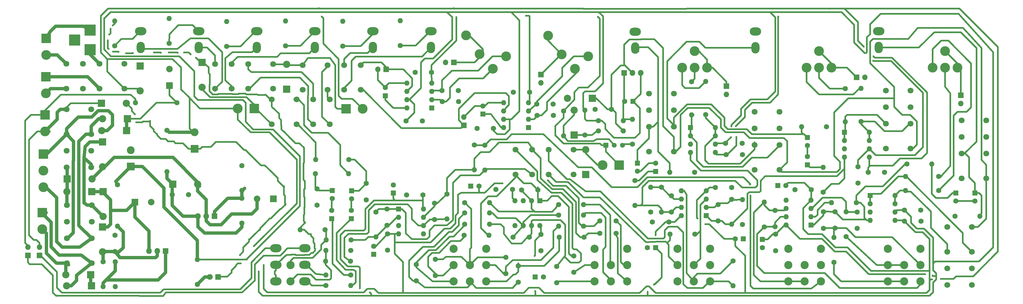
<source format=gbr>
G04 #@! TF.FileFunction,Copper,L2,Bot,Signal*
%FSLAX46Y46*%
G04 Gerber Fmt 4.6, Leading zero omitted, Abs format (unit mm)*
G04 Created by KiCad (PCBNEW 4.0.7) date 05/23/21 23:09:54*
%MOMM*%
%LPD*%
G01*
G04 APERTURE LIST*
%ADD10C,0.100000*%
%ADD11R,2.400000X2.400000*%
%ADD12C,2.400000*%
%ADD13R,2.200000X2.200000*%
%ADD14O,2.200000X2.200000*%
%ADD15R,1.600000X1.600000*%
%ADD16C,1.600000*%
%ADD17C,3.000000*%
%ADD18O,1.600000X1.600000*%
%ADD19C,1.800000*%
%ADD20O,3.500000X2.500000*%
%ADD21O,2.500000X3.500000*%
%ADD22R,1.800000X1.800000*%
%ADD23O,1.800000X1.800000*%
%ADD24R,3.000000X3.000000*%
%ADD25R,3.500000X3.500000*%
%ADD26C,2.500000*%
%ADD27R,1.700000X1.700000*%
%ADD28O,1.700000X1.700000*%
%ADD29R,2.000000X2.000000*%
%ADD30C,2.000000*%
%ADD31C,1.520000*%
%ADD32R,1.520000X1.520000*%
%ADD33C,0.600000*%
%ADD34C,1.000000*%
%ADD35C,0.500000*%
G04 APERTURE END LIST*
D10*
D11*
X79970000Y-78180000D03*
D12*
X79970000Y-73180000D03*
D13*
X82260000Y-51700000D03*
D14*
X82260000Y-59320000D03*
D15*
X128090000Y-91060000D03*
D16*
X128090000Y-93560000D03*
D17*
X196480000Y-53690000D03*
X192430000Y-49240000D03*
X200530000Y-49880000D03*
X188230000Y-43520000D03*
D16*
X107860000Y-46630000D03*
D18*
X107860000Y-39010000D03*
D13*
X59400000Y-68960000D03*
D14*
X51780000Y-68960000D03*
D13*
X48450000Y-91360000D03*
D14*
X40830000Y-91360000D03*
D19*
X314892000Y-79662000D03*
X314892000Y-69502000D03*
X314892000Y-74582000D03*
X322492000Y-74582000D03*
X322492000Y-79662000D03*
X322492000Y-69502000D03*
X314892000Y-87282000D03*
X322492000Y-87282000D03*
D20*
X81280000Y-42180000D03*
D21*
X81280000Y-47180000D03*
D22*
X86110000Y-98850000D03*
D23*
X83570000Y-98850000D03*
X81030000Y-98850000D03*
D19*
X120690000Y-52530000D03*
X130850000Y-52530000D03*
X125770000Y-52530000D03*
X125770000Y-60130000D03*
X120690000Y-60130000D03*
X130850000Y-60130000D03*
X113070000Y-52530000D03*
X113070000Y-60130000D03*
D20*
X63500000Y-42180000D03*
D21*
X63500000Y-47180000D03*
D17*
X171330000Y-53630000D03*
X167280000Y-49180000D03*
X175380000Y-49820000D03*
X163080000Y-43460000D03*
D15*
X236700000Y-98700000D03*
D18*
X229080000Y-91080000D03*
X236700000Y-96160000D03*
X229080000Y-93620000D03*
X236700000Y-93620000D03*
X229080000Y-96160000D03*
X236700000Y-91080000D03*
X229080000Y-98700000D03*
D16*
X312850000Y-98872000D03*
D18*
X320470000Y-98872000D03*
D15*
X286930000Y-92510000D03*
D18*
X294550000Y-100130000D03*
X286930000Y-95050000D03*
X294550000Y-97590000D03*
X286930000Y-97590000D03*
X294550000Y-95050000D03*
X286930000Y-100130000D03*
X294550000Y-92510000D03*
D16*
X165620000Y-77040000D03*
D18*
X165620000Y-84660000D03*
D19*
X111190000Y-63090000D03*
X121350000Y-63090000D03*
X116270000Y-63090000D03*
X116270000Y-70690000D03*
X111190000Y-70690000D03*
X121350000Y-70690000D03*
X103570000Y-63090000D03*
X103570000Y-70690000D03*
D16*
X132550000Y-93840000D03*
X132550000Y-88840000D03*
X117520000Y-95500000D03*
X117520000Y-90500000D03*
X172300000Y-90700000D03*
X177300000Y-90700000D03*
X147900000Y-118700000D03*
X147900000Y-113700000D03*
X179100000Y-119100000D03*
X179100000Y-114100000D03*
X153700000Y-112100000D03*
X153700000Y-117100000D03*
X175300000Y-111500000D03*
X175300000Y-116500000D03*
X190900000Y-119300000D03*
X190900000Y-114300000D03*
D13*
X48400000Y-120200000D03*
D14*
X40780000Y-120200000D03*
D13*
X51910000Y-91310000D03*
D14*
X51910000Y-98930000D03*
D13*
X51780000Y-76090000D03*
D14*
X51780000Y-83710000D03*
D13*
X48100000Y-116800000D03*
D14*
X40480000Y-116800000D03*
D13*
X40960000Y-87450000D03*
D14*
X48580000Y-87450000D03*
D13*
X51740000Y-102200000D03*
D14*
X51740000Y-109820000D03*
D13*
X73310000Y-89070000D03*
D14*
X80930000Y-89070000D03*
D13*
X59180000Y-72640000D03*
D14*
X51560000Y-72640000D03*
D24*
X33700000Y-79800000D03*
D17*
X33700000Y-84880000D03*
X33700000Y-89960000D03*
D24*
X33300000Y-97800000D03*
D17*
X33300000Y-102880000D03*
D16*
X127700000Y-112700000D03*
D18*
X120080000Y-112700000D03*
D16*
X55710000Y-112880000D03*
D18*
X55710000Y-120500000D03*
D16*
X94440000Y-83370000D03*
D18*
X94440000Y-90990000D03*
D16*
X51970000Y-112820000D03*
D18*
X51970000Y-120440000D03*
D16*
X94490000Y-101030000D03*
D18*
X94490000Y-93410000D03*
D16*
X127900000Y-106200000D03*
D18*
X120280000Y-106200000D03*
D16*
X157300000Y-92100000D03*
D18*
X157300000Y-99720000D03*
D16*
X135500000Y-97600000D03*
D18*
X135500000Y-105220000D03*
D16*
X168900000Y-77080000D03*
D18*
X168900000Y-84700000D03*
D16*
X80810000Y-119790000D03*
D18*
X80810000Y-112170000D03*
D16*
X162700000Y-101300000D03*
D18*
X170320000Y-101300000D03*
D16*
X199300000Y-105300000D03*
D18*
X191680000Y-105300000D03*
D16*
X162500000Y-104700000D03*
D18*
X170120000Y-104700000D03*
D16*
X199100000Y-101900000D03*
D18*
X191480000Y-101900000D03*
D16*
X162700000Y-97900000D03*
D18*
X170320000Y-97900000D03*
D16*
X191500000Y-98500000D03*
D18*
X199120000Y-98500000D03*
D16*
X191500000Y-95300000D03*
D18*
X199120000Y-95300000D03*
D16*
X254510000Y-102150000D03*
D18*
X254510000Y-94530000D03*
D16*
X275820000Y-113050000D03*
D18*
X275820000Y-105430000D03*
D16*
X279520000Y-105140000D03*
D18*
X279520000Y-97520000D03*
D16*
X247800000Y-101390000D03*
D18*
X247800000Y-93770000D03*
D16*
X219632000Y-97602000D03*
D18*
X219632000Y-89982000D03*
D19*
X40900000Y-105680000D03*
X40900000Y-95520000D03*
X40900000Y-100600000D03*
X48500000Y-100600000D03*
X48500000Y-105680000D03*
X48500000Y-95520000D03*
X40900000Y-113300000D03*
X48500000Y-113300000D03*
D22*
X71042000Y-109540000D03*
D23*
X68502000Y-109540000D03*
X65962000Y-109540000D03*
D16*
X204100000Y-104100000D03*
X209100000Y-104100000D03*
X186100000Y-104500000D03*
X186100000Y-109500000D03*
X139100000Y-109300000D03*
X139100000Y-104300000D03*
X196100000Y-116100000D03*
X196100000Y-111100000D03*
X204100000Y-100300000D03*
X209100000Y-100300000D03*
X185100000Y-90800000D03*
X180100000Y-90800000D03*
X182500000Y-105300000D03*
X177500000Y-105300000D03*
X268890000Y-90750000D03*
X263890000Y-90750000D03*
D24*
X34200000Y-67800000D03*
D17*
X34200000Y-72880000D03*
D16*
X244500000Y-93700000D03*
D18*
X244500000Y-101320000D03*
D16*
X222934000Y-89982000D03*
D18*
X222934000Y-97602000D03*
D16*
X298118000Y-82870000D03*
D18*
X305738000Y-82870000D03*
D16*
X272464000Y-91506000D03*
D18*
X272464000Y-83886000D03*
D16*
X214806000Y-87950000D03*
D18*
X214806000Y-95570000D03*
D16*
X273480000Y-71440000D03*
D18*
X265860000Y-71440000D03*
D16*
X233094000Y-85410000D03*
D18*
X225474000Y-85410000D03*
D16*
X257940000Y-109420000D03*
X257940000Y-104420000D03*
X257770000Y-102060000D03*
X257770000Y-97060000D03*
X153500000Y-94900000D03*
X153500000Y-99900000D03*
X138900000Y-96700000D03*
X138900000Y-101700000D03*
X276130000Y-97480000D03*
X276130000Y-102480000D03*
X272630000Y-97560000D03*
X272630000Y-102560000D03*
X282900000Y-102600000D03*
X282900000Y-97600000D03*
X239500000Y-90100000D03*
X244500000Y-90100000D03*
X225220000Y-100650000D03*
X220220000Y-100650000D03*
X225982000Y-97602000D03*
X225982000Y-92602000D03*
X240300000Y-100300000D03*
X240300000Y-95300000D03*
X283170000Y-88710000D03*
X283170000Y-83710000D03*
D13*
X51470000Y-64210000D03*
D14*
X59090000Y-64210000D03*
D22*
X87210000Y-117500000D03*
D19*
X84670000Y-117500000D03*
D13*
X199800000Y-86110000D03*
D14*
X199800000Y-78490000D03*
D13*
X108180000Y-59960000D03*
D14*
X108180000Y-52340000D03*
D17*
X233140000Y-53340000D03*
X236950000Y-53340000D03*
X229330000Y-53340000D03*
X233140000Y-48260000D03*
X271240000Y-53340000D03*
X275050000Y-53340000D03*
X267430000Y-53340000D03*
X271240000Y-48260000D03*
X309880000Y-53340000D03*
X313690000Y-53340000D03*
X306070000Y-53340000D03*
X309880000Y-48260000D03*
D25*
X47950000Y-47830000D03*
X47950000Y-41830000D03*
X43250000Y-44830000D03*
D24*
X34480000Y-44310000D03*
D17*
X34480000Y-49390000D03*
D24*
X34420000Y-56100000D03*
D17*
X34420000Y-61180000D03*
D16*
X74520000Y-64040000D03*
D18*
X61820000Y-64040000D03*
D16*
X162700000Y-94700000D03*
D18*
X170320000Y-94700000D03*
D16*
X142950000Y-46580000D03*
D18*
X142950000Y-38960000D03*
D16*
X72220000Y-45880000D03*
D18*
X72220000Y-38260000D03*
D16*
X125350000Y-46760000D03*
D18*
X125350000Y-39140000D03*
D16*
X55490000Y-46600000D03*
D18*
X55490000Y-38980000D03*
D16*
X89800000Y-46770000D03*
D18*
X89800000Y-39150000D03*
D19*
X48340000Y-73750000D03*
X48340000Y-83910000D03*
X48340000Y-78830000D03*
X40740000Y-78830000D03*
X40740000Y-73750000D03*
X40740000Y-83910000D03*
X48340000Y-66130000D03*
X40740000Y-66130000D03*
X188460000Y-86100000D03*
X178300000Y-86100000D03*
X183380000Y-86100000D03*
X183380000Y-78500000D03*
X188460000Y-78500000D03*
X178300000Y-78500000D03*
X196080000Y-86100000D03*
X196080000Y-78500000D03*
X96410000Y-59790000D03*
X86250000Y-59790000D03*
X91330000Y-59790000D03*
X91330000Y-52190000D03*
X96410000Y-52190000D03*
X86250000Y-52190000D03*
X104030000Y-59790000D03*
X104030000Y-52190000D03*
X50860000Y-59760000D03*
X40700000Y-59760000D03*
X45780000Y-59760000D03*
X45780000Y-52160000D03*
X50860000Y-52160000D03*
X40700000Y-52160000D03*
X58480000Y-59760000D03*
X58480000Y-52160000D03*
D26*
X164280000Y-118900000D03*
X159280000Y-118900000D03*
X169280000Y-118900000D03*
X169280000Y-113900000D03*
X164280000Y-113900000D03*
X159280000Y-113900000D03*
X169280000Y-108900000D03*
X159280000Y-108900000D03*
X207460000Y-118900000D03*
X202460000Y-118900000D03*
X212460000Y-118900000D03*
X212460000Y-113900000D03*
X207460000Y-113900000D03*
X202460000Y-113900000D03*
X212460000Y-108900000D03*
X202460000Y-108900000D03*
X232860000Y-118900000D03*
X227860000Y-118900000D03*
X237860000Y-118900000D03*
X237860000Y-113900000D03*
X232860000Y-113900000D03*
X227860000Y-113900000D03*
X237860000Y-108900000D03*
X227860000Y-108900000D03*
X297340000Y-118900000D03*
X292340000Y-118900000D03*
X302340000Y-118900000D03*
X302340000Y-113900000D03*
X297340000Y-113900000D03*
X292340000Y-113900000D03*
X302340000Y-108900000D03*
X292340000Y-108900000D03*
X266860000Y-118900000D03*
X261860000Y-118900000D03*
X271860000Y-118900000D03*
X271860000Y-113900000D03*
X266860000Y-113900000D03*
X261860000Y-113900000D03*
X271860000Y-108900000D03*
X261860000Y-108900000D03*
D24*
X210050000Y-83210000D03*
D17*
X204970000Y-83210000D03*
D24*
X126340000Y-65950000D03*
D17*
X131420000Y-65950000D03*
D24*
X98290000Y-65830000D03*
D17*
X93210000Y-65830000D03*
D16*
X149900000Y-92340000D03*
X144900000Y-92340000D03*
D15*
X140820000Y-91780000D03*
D16*
X140820000Y-89280000D03*
D15*
X184300000Y-117500000D03*
D16*
X186800000Y-117500000D03*
D15*
X134850000Y-110600000D03*
D16*
X134850000Y-108100000D03*
D15*
X248070000Y-105840000D03*
D16*
X245570000Y-105840000D03*
D15*
X221200000Y-108500000D03*
D16*
X218700000Y-108500000D03*
X302440000Y-100430000D03*
X297440000Y-100430000D03*
X291330000Y-85410000D03*
X286330000Y-85410000D03*
X302400000Y-97000000D03*
X297400000Y-97000000D03*
X247770000Y-79960000D03*
X242770000Y-79960000D03*
X247660000Y-76500000D03*
X242660000Y-76500000D03*
X307920000Y-90980000D03*
D18*
X297760000Y-90980000D03*
D16*
X236490000Y-67740000D03*
D18*
X236490000Y-57580000D03*
D16*
X284090000Y-69820000D03*
D18*
X284090000Y-59660000D03*
D16*
X307890000Y-86720000D03*
D18*
X297730000Y-86720000D03*
D16*
X279290000Y-59740000D03*
D18*
X279290000Y-69900000D03*
D16*
X232180000Y-57680000D03*
D18*
X232180000Y-67840000D03*
D15*
X142500000Y-96700000D03*
D18*
X150120000Y-104320000D03*
X142500000Y-99240000D03*
X150120000Y-101780000D03*
X142500000Y-101780000D03*
X150120000Y-99240000D03*
X142500000Y-104320000D03*
X150120000Y-96700000D03*
D15*
X185700000Y-94100000D03*
D18*
X178080000Y-101720000D03*
X183160000Y-94100000D03*
X180620000Y-101720000D03*
X180620000Y-94100000D03*
X183160000Y-101720000D03*
X178080000Y-94100000D03*
X185700000Y-101720000D03*
D15*
X268810000Y-101620000D03*
D18*
X261190000Y-94000000D03*
X268810000Y-99080000D03*
X261190000Y-96540000D03*
X268810000Y-96540000D03*
X261190000Y-99080000D03*
X268810000Y-94000000D03*
X261190000Y-101620000D03*
D15*
X231830000Y-71730000D03*
D18*
X239450000Y-79350000D03*
X231830000Y-74270000D03*
X239450000Y-76810000D03*
X231830000Y-76810000D03*
X239450000Y-74270000D03*
X231830000Y-79350000D03*
X239450000Y-71730000D03*
D15*
X279010000Y-73110000D03*
D18*
X286630000Y-80730000D03*
X279010000Y-75650000D03*
X286630000Y-78190000D03*
X279010000Y-78190000D03*
X286630000Y-75650000D03*
X279010000Y-80730000D03*
X286630000Y-73110000D03*
D16*
X120200000Y-120100000D03*
D18*
X127820000Y-120100000D03*
D16*
X127800000Y-116900000D03*
D18*
X120180000Y-116900000D03*
D16*
X147560000Y-54800000D03*
X152560000Y-54800000D03*
X177560000Y-60880000D03*
X182560000Y-60880000D03*
X166540000Y-71930000D03*
X171540000Y-71930000D03*
X149760000Y-69680000D03*
X144760000Y-69680000D03*
D15*
X138410000Y-61920000D03*
D16*
X138410000Y-59420000D03*
D15*
X168290000Y-67560000D03*
D16*
X168290000Y-65060000D03*
D27*
X138690000Y-53870000D03*
D28*
X136150000Y-53870000D03*
D27*
X162460000Y-70980000D03*
D28*
X162460000Y-68440000D03*
D15*
X152660000Y-65710000D03*
D18*
X145040000Y-58090000D03*
X152660000Y-63170000D03*
X145040000Y-60630000D03*
X152660000Y-60630000D03*
X145040000Y-63170000D03*
X152660000Y-58090000D03*
X145040000Y-65710000D03*
D15*
X182220000Y-71690000D03*
D18*
X174600000Y-64070000D03*
X182220000Y-69150000D03*
X174600000Y-66610000D03*
X182220000Y-66610000D03*
X174600000Y-69150000D03*
X182220000Y-64070000D03*
X174600000Y-71690000D03*
D15*
X121930000Y-99610000D03*
D16*
X121930000Y-97110000D03*
X155830000Y-63740000D03*
X160830000Y-63740000D03*
X184850000Y-67980000D03*
X189850000Y-67980000D03*
X160780000Y-60390000D03*
X155780000Y-60390000D03*
X189820000Y-64460000D03*
X184820000Y-64460000D03*
D15*
X122096000Y-90998000D03*
D16*
X122096000Y-93498000D03*
D15*
X127938000Y-99634000D03*
D16*
X127938000Y-97134000D03*
D26*
X109380000Y-118900000D03*
D20*
X104855000Y-118900000D03*
X113745000Y-118900000D03*
X113745000Y-113820000D03*
D26*
X109380000Y-113900000D03*
D20*
X104855000Y-113820000D03*
X113745000Y-108740000D03*
X104855000Y-108740000D03*
X251750000Y-42210000D03*
D21*
X251750000Y-47210000D03*
D20*
X214910000Y-42310000D03*
D21*
X214910000Y-47310000D03*
D20*
X134620000Y-42180000D03*
D21*
X134620000Y-47180000D03*
D20*
X152400000Y-42180000D03*
D21*
X152400000Y-47180000D03*
D20*
X99060000Y-42180000D03*
D21*
X99060000Y-47180000D03*
D20*
X116840000Y-42180000D03*
D21*
X116840000Y-47180000D03*
D20*
X289560000Y-42180000D03*
D21*
X289560000Y-47180000D03*
D16*
X127800000Y-109400000D03*
D18*
X120180000Y-109400000D03*
D16*
X119900000Y-103000000D03*
D18*
X112280000Y-103000000D03*
D16*
X233200000Y-104400000D03*
D18*
X225580000Y-104400000D03*
D16*
X244900000Y-112600000D03*
D18*
X244900000Y-120220000D03*
D29*
X61644000Y-94554000D03*
D30*
X66644000Y-94554000D03*
D29*
X104100000Y-93540000D03*
D30*
X99100000Y-93540000D03*
D13*
X201800000Y-62690000D03*
D14*
X194180000Y-62690000D03*
D31*
X208475000Y-77145000D03*
X211015000Y-77145000D03*
D32*
X205935000Y-77145000D03*
D16*
X199510000Y-73945000D03*
D18*
X199510000Y-66325000D03*
D16*
X192985000Y-66620000D03*
D18*
X192985000Y-74240000D03*
D13*
X196260000Y-73945000D03*
D14*
X196260000Y-66325000D03*
D22*
X211504000Y-54930000D03*
D23*
X214044000Y-54930000D03*
X216584000Y-54930000D03*
D19*
X318090000Y-109820000D03*
X318090000Y-119980000D03*
X318090000Y-114900000D03*
X310490000Y-114900000D03*
X310490000Y-109820000D03*
X310490000Y-119980000D03*
X318090000Y-102200000D03*
X310490000Y-102200000D03*
X219160000Y-71420000D03*
X219160000Y-61260000D03*
X219160000Y-66340000D03*
X226760000Y-66340000D03*
X226760000Y-71420000D03*
X226760000Y-61260000D03*
X219160000Y-79040000D03*
X226760000Y-79040000D03*
X251510000Y-77060000D03*
X251510000Y-66900000D03*
X251510000Y-71980000D03*
X259110000Y-71980000D03*
X259110000Y-77060000D03*
X259110000Y-66900000D03*
X251510000Y-84680000D03*
X259110000Y-84680000D03*
X291700000Y-70500000D03*
X291700000Y-60340000D03*
X291700000Y-65420000D03*
X299300000Y-65420000D03*
X299300000Y-70500000D03*
X299300000Y-60340000D03*
X291700000Y-78120000D03*
X299300000Y-78120000D03*
D16*
X214120000Y-76810000D03*
D18*
X214120000Y-69190000D03*
D13*
X63280000Y-52830000D03*
D14*
X63280000Y-60450000D03*
D16*
X55548000Y-104714000D03*
X55548000Y-109714000D03*
X73150000Y-92310000D03*
X78150000Y-92310000D03*
X56310000Y-89220000D03*
D18*
X56310000Y-101920000D03*
D16*
X71510000Y-72540000D03*
D18*
X71510000Y-85240000D03*
D11*
X60374000Y-83632000D03*
D12*
X60374000Y-78632000D03*
D15*
X164590000Y-89610000D03*
D16*
X167090000Y-89610000D03*
D15*
X253890000Y-106000000D03*
D16*
X253890000Y-108500000D03*
D15*
X258580000Y-89490000D03*
D16*
X261080000Y-89490000D03*
X203635000Y-69545000D03*
D18*
X211255000Y-69545000D03*
D16*
X202614000Y-66106000D03*
X207614000Y-66106000D03*
X203685000Y-72745000D03*
D18*
X211305000Y-72745000D03*
D29*
X72280000Y-58790000D03*
D30*
X72280000Y-53790000D03*
D15*
X214240000Y-63680000D03*
D16*
X211740000Y-63680000D03*
D27*
X28900000Y-110870000D03*
D28*
X28900000Y-108330000D03*
D27*
X32490000Y-110890000D03*
D28*
X32490000Y-108350000D03*
D27*
X314660000Y-61800000D03*
D28*
X314660000Y-64340000D03*
D27*
X242890000Y-59020000D03*
D28*
X242890000Y-61560000D03*
D27*
X282750000Y-56270000D03*
D28*
X285290000Y-56270000D03*
D27*
X186040000Y-55440000D03*
D28*
X186040000Y-57980000D03*
D27*
X159410000Y-51700000D03*
D28*
X156870000Y-51700000D03*
D16*
X117010000Y-85800000D03*
D18*
X127170000Y-85800000D03*
D16*
X127250000Y-81530000D03*
D18*
X117090000Y-81530000D03*
D16*
X282640000Y-94770000D03*
D18*
X275020000Y-94770000D03*
D15*
X313104000Y-91760000D03*
D16*
X313104000Y-94260000D03*
D15*
X318946000Y-91760000D03*
D16*
X318946000Y-94260000D03*
D15*
X267638000Y-83124000D03*
D16*
X267638000Y-80624000D03*
D15*
X267638000Y-74742000D03*
D16*
X267638000Y-77242000D03*
D15*
X221156000Y-85156000D03*
D16*
X221156000Y-82656000D03*
D15*
X215568000Y-82616000D03*
D16*
X215568000Y-85116000D03*
D33*
X80360000Y-50240000D03*
X78760000Y-49260000D03*
X76780000Y-48700000D03*
X74770000Y-48780000D03*
X72140000Y-48670000D03*
X69630000Y-48730000D03*
X67500000Y-48640000D03*
X61100000Y-48870000D03*
X59010000Y-48920000D03*
X56660000Y-48530000D03*
X55010000Y-48390000D03*
X53620000Y-47580000D03*
X53420000Y-44980000D03*
X53840000Y-43170000D03*
X54200000Y-41350000D03*
X54940000Y-40360000D03*
X76670000Y-76780000D03*
X74150000Y-76500000D03*
X71810000Y-75940000D03*
X69630000Y-75210000D03*
X68510000Y-73820000D03*
X67450000Y-72310000D03*
X66330000Y-69680000D03*
X64260000Y-69850000D03*
X62080000Y-70130000D03*
X61690000Y-67610000D03*
X60740000Y-65990000D03*
X101760000Y-61660000D03*
X99440000Y-61750000D03*
X97570000Y-61500000D03*
X95830000Y-61500000D03*
X93630000Y-61270000D03*
X91620000Y-61440000D03*
X89300000Y-61410000D03*
X87370000Y-61330000D03*
X85520000Y-61500000D03*
X84550000Y-60380000D03*
X84520000Y-58620000D03*
X84630000Y-56890000D03*
X84570000Y-55270000D03*
X84270000Y-53250000D03*
X113880000Y-100810000D03*
X113440000Y-98570000D03*
X113600000Y-96280000D03*
X113700000Y-93080000D03*
X113530000Y-90680000D03*
X113730000Y-88090000D03*
X113350000Y-85080000D03*
X113460000Y-82490000D03*
X113540000Y-80240000D03*
X113460000Y-77910000D03*
X111090000Y-76500000D03*
X109250000Y-74880000D03*
X107230000Y-72920000D03*
X106560000Y-71080000D03*
X106510000Y-69400000D03*
X105840000Y-67500000D03*
X103940000Y-65660000D03*
X104750000Y-116900000D03*
X104500000Y-115840000D03*
X114220000Y-103650000D03*
X106790000Y-112010000D03*
X107990000Y-110950000D03*
X109500000Y-110730000D03*
X110810000Y-110670000D03*
X112120000Y-110840000D03*
X113690000Y-110780000D03*
X115140000Y-110750000D03*
X116230000Y-110110000D03*
X116930000Y-108880000D03*
X116740000Y-107290000D03*
X116360000Y-105650000D03*
X115600000Y-104390000D03*
X89970000Y-117460000D03*
X91310000Y-115500000D03*
X92590000Y-114000000D03*
X94100000Y-113380000D03*
X93820000Y-110810000D03*
X94880000Y-109190000D03*
X95720000Y-107620000D03*
X96670000Y-106000000D03*
X98350000Y-104500000D03*
X100030000Y-102990000D03*
X101370000Y-101250000D03*
X103320000Y-99580000D03*
X104890000Y-98010000D03*
X106400000Y-96670000D03*
X107790000Y-95280000D03*
X107790000Y-95160000D03*
X107620000Y-92590000D03*
X107290000Y-89690000D03*
X107390000Y-89970000D03*
X105440000Y-87210000D03*
X103300000Y-85080000D03*
X100900000Y-83300000D03*
X98320000Y-81340000D03*
X95120000Y-78590000D03*
X92720000Y-76190000D03*
X86500000Y-76100000D03*
X82320000Y-77610000D03*
X79970000Y-78180000D03*
X221200000Y-104700000D03*
X96010000Y-112130000D03*
X99630000Y-115820000D03*
X244290000Y-74680000D03*
X244430000Y-71320000D03*
X303790000Y-116680000D03*
X306050000Y-117100000D03*
X285210000Y-48830000D03*
X287830000Y-51250000D03*
X184290000Y-121850000D03*
X130600000Y-121000000D03*
X133620000Y-122220000D03*
X220700000Y-119890000D03*
X218770000Y-122070000D03*
X184100000Y-111100000D03*
X159450000Y-35180000D03*
X160150000Y-37860000D03*
X101170000Y-113880000D03*
X98180000Y-108040000D03*
X118100000Y-35180000D03*
X118880000Y-37640000D03*
X257600000Y-35230000D03*
X258780000Y-37670000D03*
X200690000Y-35260000D03*
X203510000Y-37770000D03*
X308570000Y-118070000D03*
X305900000Y-118260000D03*
X179300000Y-35210000D03*
X181490000Y-37440000D03*
X234030000Y-99580000D03*
X236430000Y-101310000D03*
X245900000Y-74600000D03*
X245730000Y-71270000D03*
X284920000Y-46850000D03*
X287950000Y-49840000D03*
X174300000Y-88800000D03*
X188200000Y-87900000D03*
X250130000Y-89120000D03*
X250240000Y-92560000D03*
D34*
X61644000Y-94554000D02*
X61644000Y-99126000D01*
X65962000Y-103444000D02*
X65962000Y-109540000D01*
X61644000Y-99126000D02*
X65962000Y-103444000D01*
X61644000Y-94554000D02*
X59104000Y-97094000D01*
X59104000Y-97094000D02*
X54200000Y-97094000D01*
X61644000Y-94554000D02*
X61644000Y-95062000D01*
X51910000Y-91310000D02*
X51910000Y-91580000D01*
X51910000Y-91580000D02*
X54200000Y-93870000D01*
X54200000Y-93870000D02*
X54200000Y-97094000D01*
X53370000Y-102200000D02*
X51740000Y-102200000D01*
X54200000Y-97094000D02*
X54200000Y-101370000D01*
X54200000Y-101370000D02*
X53370000Y-102200000D01*
X51910000Y-91310000D02*
X48500000Y-91310000D01*
X48500000Y-91310000D02*
X48450000Y-91360000D01*
D35*
X104500000Y-115840000D02*
X104500000Y-116650000D01*
X104500000Y-116650000D02*
X104750000Y-116900000D01*
X60740000Y-65990000D02*
X60740000Y-65860000D01*
X60740000Y-65860000D02*
X59090000Y-64210000D01*
X60740000Y-65990000D02*
X60740000Y-66660000D01*
X60740000Y-66660000D02*
X61690000Y-67610000D01*
X64260000Y-69850000D02*
X66160000Y-69850000D01*
X66160000Y-69850000D02*
X66330000Y-69680000D01*
X67450000Y-72310000D02*
X67450000Y-72760000D01*
X67450000Y-72760000D02*
X68510000Y-73820000D01*
X69630000Y-75210000D02*
X71080000Y-75210000D01*
X71080000Y-75210000D02*
X71810000Y-75940000D01*
X74150000Y-76500000D02*
X76390000Y-76500000D01*
X76390000Y-76500000D02*
X76670000Y-76780000D01*
X86500000Y-76100000D02*
X86500000Y-76110000D01*
X86500000Y-76110000D02*
X85000000Y-77610000D01*
X85000000Y-77610000D02*
X82320000Y-77610000D01*
X82260000Y-51700000D02*
X82720000Y-51700000D01*
X82720000Y-51700000D02*
X84270000Y-53250000D01*
X84630000Y-56890000D02*
X84630000Y-55330000D01*
X84630000Y-55330000D02*
X84570000Y-55270000D01*
X84520000Y-58620000D02*
X84520000Y-60350000D01*
X84520000Y-60350000D02*
X84550000Y-60380000D01*
X85520000Y-61500000D02*
X87200000Y-61500000D01*
X87200000Y-61500000D02*
X87370000Y-61330000D01*
X89300000Y-61410000D02*
X91590000Y-61410000D01*
X91590000Y-61410000D02*
X91620000Y-61440000D01*
X93630000Y-61270000D02*
X95600000Y-61270000D01*
X95600000Y-61270000D02*
X95830000Y-61500000D01*
X97570000Y-61500000D02*
X99190000Y-61500000D01*
X99190000Y-61500000D02*
X99440000Y-61750000D01*
X103570000Y-63090000D02*
X103190000Y-63090000D01*
X103190000Y-63090000D02*
X101760000Y-61660000D01*
X103570000Y-63090000D02*
X103570000Y-65290000D01*
X103570000Y-65290000D02*
X103940000Y-65660000D01*
X105840000Y-67500000D02*
X105840000Y-68730000D01*
X105840000Y-68730000D02*
X106510000Y-69400000D01*
X106560000Y-71080000D02*
X106560000Y-72250000D01*
X106560000Y-72250000D02*
X107230000Y-72920000D01*
X111090000Y-76500000D02*
X110870000Y-76500000D01*
X110870000Y-76500000D02*
X109250000Y-74880000D01*
X113540000Y-80240000D02*
X113540000Y-77990000D01*
X113540000Y-77990000D02*
X113460000Y-77910000D01*
X113350000Y-85080000D02*
X113350000Y-82600000D01*
X113350000Y-82600000D02*
X113540000Y-82410000D01*
X113730000Y-88090000D02*
X113730000Y-90480000D01*
X113730000Y-90480000D02*
X113530000Y-90680000D01*
X113700000Y-93080000D02*
X113700000Y-96180000D01*
X113700000Y-96180000D02*
X113600000Y-96280000D01*
X113440000Y-98570000D02*
X113440000Y-100370000D01*
X113440000Y-100370000D02*
X113880000Y-100810000D01*
X115600000Y-104390000D02*
X114960000Y-104390000D01*
X114960000Y-104390000D02*
X114220000Y-103650000D01*
X116360000Y-105650000D02*
X116360000Y-106910000D01*
X116360000Y-106910000D02*
X116740000Y-107290000D01*
X116930000Y-108880000D02*
X116930000Y-109410000D01*
X116930000Y-109410000D02*
X116230000Y-110110000D01*
X109500000Y-110730000D02*
X108210000Y-110730000D01*
X108210000Y-110730000D02*
X107990000Y-110950000D01*
X115140000Y-110750000D02*
X113720000Y-110750000D01*
X113720000Y-110750000D02*
X113690000Y-110780000D01*
X112120000Y-110840000D02*
X110980000Y-110840000D01*
X110980000Y-110840000D02*
X110810000Y-110670000D01*
X104855000Y-113820000D02*
X104980000Y-113820000D01*
X104980000Y-113820000D02*
X106790000Y-112010000D01*
X89970000Y-117460000D02*
X87250000Y-117460000D01*
X87250000Y-117460000D02*
X87210000Y-117500000D01*
X92590000Y-114000000D02*
X92590000Y-114220000D01*
X92590000Y-114220000D02*
X91310000Y-115500000D01*
X94880000Y-109190000D02*
X94880000Y-108460000D01*
X94880000Y-108460000D02*
X95720000Y-107620000D01*
X96670000Y-106000000D02*
X96850000Y-106000000D01*
X96850000Y-106000000D02*
X98350000Y-104500000D01*
X100030000Y-102990000D02*
X100030000Y-102590000D01*
X100030000Y-102590000D02*
X101370000Y-101250000D01*
X103320000Y-99580000D02*
X104890000Y-98010000D01*
X106400000Y-96670000D02*
X107790000Y-95280000D01*
X107620000Y-92590000D02*
X107620000Y-95110000D01*
X107620000Y-95110000D02*
X107790000Y-95280000D01*
X105440000Y-87210000D02*
X105430000Y-87210000D01*
X105430000Y-87210000D02*
X103300000Y-85080000D01*
X100900000Y-83300000D02*
X100280000Y-83300000D01*
X100280000Y-83300000D02*
X98320000Y-81340000D01*
X95120000Y-78590000D02*
X92720000Y-76190000D01*
X82260000Y-51700000D02*
X81820000Y-51700000D01*
X81820000Y-51700000D02*
X80360000Y-50240000D01*
X78760000Y-49260000D02*
X78200000Y-48700000D01*
X78200000Y-48700000D02*
X76780000Y-48700000D01*
X74770000Y-48780000D02*
X74660000Y-48670000D01*
X74660000Y-48670000D02*
X72140000Y-48670000D01*
X69630000Y-48730000D02*
X69540000Y-48640000D01*
X69540000Y-48640000D02*
X67500000Y-48640000D01*
X61100000Y-48870000D02*
X61050000Y-48920000D01*
X61050000Y-48920000D02*
X59010000Y-48920000D01*
X56660000Y-48530000D02*
X56520000Y-48390000D01*
X56520000Y-48390000D02*
X55010000Y-48390000D01*
X53620000Y-47580000D02*
X53420000Y-47380000D01*
X53420000Y-47380000D02*
X53420000Y-44980000D01*
X53840000Y-43170000D02*
X54200000Y-42810000D01*
X54200000Y-42810000D02*
X54200000Y-41350000D01*
X54940000Y-40360000D02*
X55490000Y-39840000D01*
X55490000Y-39840000D02*
X55490000Y-38980000D01*
X79970000Y-78180000D02*
X78070000Y-78180000D01*
X78070000Y-78180000D02*
X76670000Y-76780000D01*
X74150000Y-76500000D02*
X73590000Y-75940000D01*
X73590000Y-75940000D02*
X71810000Y-75940000D01*
X69630000Y-75210000D02*
X68510000Y-74090000D01*
X68510000Y-74090000D02*
X68510000Y-73820000D01*
X67450000Y-72310000D02*
X66330000Y-71190000D01*
X66330000Y-71190000D02*
X66330000Y-69680000D01*
X64260000Y-69850000D02*
X63980000Y-70130000D01*
X63980000Y-70130000D02*
X62080000Y-70130000D01*
X61690000Y-67610000D02*
X60740000Y-66660000D01*
X60740000Y-66660000D02*
X60740000Y-65990000D01*
X101760000Y-61660000D02*
X101670000Y-61750000D01*
X101670000Y-61750000D02*
X99440000Y-61750000D01*
X97570000Y-61500000D02*
X95830000Y-61500000D01*
X93630000Y-61270000D02*
X93460000Y-61440000D01*
X93460000Y-61440000D02*
X91620000Y-61440000D01*
X89300000Y-61410000D02*
X89220000Y-61330000D01*
X89220000Y-61330000D02*
X87370000Y-61330000D01*
X85520000Y-61500000D02*
X84550000Y-60530000D01*
X84550000Y-60530000D02*
X84550000Y-60380000D01*
X84520000Y-58620000D02*
X84630000Y-58510000D01*
X84630000Y-58510000D02*
X84630000Y-56890000D01*
X84570000Y-55270000D02*
X84270000Y-54970000D01*
X84270000Y-54970000D02*
X84270000Y-53250000D01*
X112280000Y-103000000D02*
X112280000Y-102410000D01*
X112280000Y-102410000D02*
X113880000Y-100810000D01*
X113440000Y-98570000D02*
X113600000Y-98410000D01*
X113600000Y-98410000D02*
X113600000Y-96280000D01*
X113700000Y-93080000D02*
X113530000Y-92910000D01*
X113530000Y-92910000D02*
X113530000Y-90680000D01*
X113730000Y-88090000D02*
X113350000Y-87710000D01*
X113350000Y-87710000D02*
X113350000Y-85080000D01*
X113460000Y-82490000D02*
X113540000Y-82410000D01*
X113540000Y-82410000D02*
X113540000Y-80240000D01*
X113460000Y-77910000D02*
X112050000Y-76500000D01*
X112050000Y-76500000D02*
X111090000Y-76500000D01*
X109250000Y-74880000D02*
X107290000Y-72920000D01*
X107290000Y-72920000D02*
X107230000Y-72920000D01*
X106560000Y-71080000D02*
X106510000Y-71030000D01*
X106510000Y-71030000D02*
X106510000Y-69400000D01*
X105840000Y-67500000D02*
X104000000Y-65660000D01*
X104000000Y-65660000D02*
X103940000Y-65660000D01*
X104855000Y-118900000D02*
X104855000Y-117005000D01*
X104855000Y-117005000D02*
X104750000Y-116900000D01*
X104500000Y-115840000D02*
X104855000Y-115485000D01*
X104855000Y-115485000D02*
X104855000Y-113820000D01*
X114220000Y-103650000D02*
X113570000Y-103000000D01*
X113570000Y-103000000D02*
X112280000Y-103000000D01*
X106790000Y-112010000D02*
X107850000Y-110950000D01*
X107850000Y-110950000D02*
X107990000Y-110950000D01*
X109500000Y-110730000D02*
X109560000Y-110670000D01*
X109560000Y-110670000D02*
X110810000Y-110670000D01*
X112120000Y-110840000D02*
X112180000Y-110780000D01*
X112180000Y-110780000D02*
X113690000Y-110780000D01*
X115140000Y-110750000D02*
X115780000Y-110110000D01*
X115780000Y-110110000D02*
X116230000Y-110110000D01*
X116930000Y-108880000D02*
X116740000Y-108690000D01*
X116740000Y-108690000D02*
X116740000Y-107290000D01*
X116360000Y-105650000D02*
X115600000Y-104890000D01*
X115600000Y-104890000D02*
X115600000Y-104390000D01*
X89970000Y-117460000D02*
X91310000Y-116120000D01*
X91310000Y-116120000D02*
X91310000Y-115500000D01*
X92590000Y-114000000D02*
X93210000Y-113380000D01*
X93210000Y-113380000D02*
X94100000Y-113380000D01*
X93820000Y-110810000D02*
X94880000Y-109750000D01*
X94880000Y-109750000D02*
X94880000Y-109190000D01*
X95720000Y-107620000D02*
X96670000Y-106670000D01*
X96670000Y-106670000D02*
X96670000Y-106000000D01*
X98350000Y-104500000D02*
X99860000Y-102990000D01*
X99860000Y-102990000D02*
X100030000Y-102990000D01*
X101370000Y-101250000D02*
X103040000Y-99580000D01*
X103040000Y-99580000D02*
X103320000Y-99580000D01*
X104890000Y-98010000D02*
X106230000Y-96670000D01*
X106230000Y-96670000D02*
X106400000Y-96670000D01*
X107790000Y-95280000D02*
X107790000Y-95160000D01*
X107620000Y-92590000D02*
X107290000Y-92260000D01*
X107290000Y-92260000D02*
X107290000Y-89690000D01*
X107390000Y-89970000D02*
X105440000Y-88020000D01*
X105440000Y-88020000D02*
X105440000Y-87210000D01*
X103300000Y-85080000D02*
X101520000Y-83300000D01*
X101520000Y-83300000D02*
X100900000Y-83300000D01*
X98320000Y-81340000D02*
X95570000Y-78590000D01*
X95570000Y-78590000D02*
X95120000Y-78590000D01*
X92720000Y-76190000D02*
X92630000Y-76100000D01*
X92630000Y-76100000D02*
X86500000Y-76100000D01*
X82320000Y-77610000D02*
X81750000Y-78180000D01*
X81750000Y-78180000D02*
X79970000Y-78180000D01*
D34*
X51780000Y-83710000D02*
X52422000Y-83710000D01*
X52422000Y-83710000D02*
X55294000Y-80838000D01*
X73328000Y-80838000D02*
X80930000Y-88440000D01*
X55294000Y-80838000D02*
X73328000Y-80838000D01*
X80930000Y-88440000D02*
X80930000Y-89070000D01*
X83570000Y-98850000D02*
X83570000Y-100330000D01*
X99100000Y-96600000D02*
X99100000Y-93540000D01*
X97460000Y-98240000D02*
X99100000Y-96600000D01*
X91310000Y-98240000D02*
X97460000Y-98240000D01*
X88070000Y-101480000D02*
X91310000Y-98240000D01*
X84720000Y-101480000D02*
X88070000Y-101480000D01*
X83570000Y-100330000D02*
X84720000Y-101480000D01*
X80930000Y-89070000D02*
X80930000Y-91160000D01*
X80930000Y-91160000D02*
X83570000Y-93800000D01*
X83570000Y-93800000D02*
X83570000Y-98850000D01*
X81470000Y-89610000D02*
X80930000Y-89070000D01*
X51780000Y-83710000D02*
X52470000Y-83710000D01*
X51780000Y-83710000D02*
X51780000Y-83470000D01*
X51780000Y-83710000D02*
X51780000Y-84250000D01*
X51780000Y-84250000D02*
X48580000Y-87450000D01*
X56310000Y-89220000D02*
X55802000Y-88204000D01*
X55802000Y-88204000D02*
X60374000Y-83632000D01*
X60374000Y-83632000D02*
X63930000Y-83632000D01*
X80810000Y-106354000D02*
X80810000Y-112170000D01*
X70534000Y-96078000D02*
X80810000Y-106354000D01*
X70534000Y-90236000D02*
X70534000Y-96078000D01*
X63930000Y-83632000D02*
X70534000Y-90236000D01*
D35*
X225220000Y-100650000D02*
X224204000Y-100650000D01*
X221200000Y-103654000D02*
X221200000Y-104700000D01*
X224204000Y-100650000D02*
X221200000Y-103654000D01*
X229080000Y-98700000D02*
X228948000Y-98700000D01*
X228948000Y-98700000D02*
X226998000Y-100650000D01*
X226998000Y-100650000D02*
X225220000Y-100650000D01*
X216584000Y-54930000D02*
X216584000Y-61336000D01*
X216584000Y-61336000D02*
X214240000Y-63680000D01*
X214044000Y-63484000D02*
X214240000Y-63680000D01*
X158880000Y-42580000D02*
X158880000Y-44670000D01*
X149290000Y-53830000D02*
X149310000Y-53830000D01*
X149290000Y-51710000D02*
X149290000Y-53830000D01*
X150510000Y-50490000D02*
X149290000Y-51710000D01*
X153060000Y-50490000D02*
X150510000Y-50490000D01*
X158880000Y-44670000D02*
X153060000Y-50490000D01*
X102450000Y-123220000D02*
X100780000Y-123220000D01*
X95970000Y-112170000D02*
X95810000Y-112170000D01*
X96010000Y-112130000D02*
X95970000Y-112170000D01*
X99630000Y-122070000D02*
X99630000Y-115820000D01*
X100780000Y-123220000D02*
X99630000Y-122070000D01*
X79900000Y-55940000D02*
X79900000Y-54440000D01*
X52275000Y-47765000D02*
X52275000Y-38255000D01*
X54350000Y-49840000D02*
X52275000Y-47765000D01*
X75300000Y-49840000D02*
X54350000Y-49840000D01*
X79900000Y-54440000D02*
X75300000Y-49840000D01*
X80810000Y-112170000D02*
X95810000Y-112170000D01*
X79900000Y-62130000D02*
X79900000Y-55940000D01*
X95810000Y-112170000D02*
X112260000Y-95720000D01*
X112260000Y-95720000D02*
X112260000Y-80520000D01*
X112260000Y-80520000D02*
X104020000Y-72280000D01*
X104020000Y-72280000D02*
X97930000Y-72280000D01*
X97930000Y-72280000D02*
X95610000Y-69960000D01*
X95610000Y-69960000D02*
X95610000Y-64060000D01*
X95610000Y-64060000D02*
X94810000Y-63260000D01*
X94810000Y-63260000D02*
X81030000Y-63260000D01*
X81030000Y-63260000D02*
X79900000Y-62130000D01*
X79900000Y-55940000D02*
X79900000Y-55700000D01*
X102860000Y-123220000D02*
X102450000Y-123220000D01*
X203635000Y-69545000D02*
X204725000Y-69545000D01*
X204725000Y-69545000D02*
X205780000Y-70600000D01*
X205780000Y-70600000D02*
X205780000Y-72160000D01*
X205780000Y-72160000D02*
X208450000Y-74830000D01*
X208450000Y-74830000D02*
X214890000Y-74830000D01*
X214890000Y-74830000D02*
X216370000Y-73350000D01*
X216370000Y-73350000D02*
X216370000Y-65810000D01*
X216370000Y-65810000D02*
X214240000Y-63680000D01*
X199510000Y-66325000D02*
X199510000Y-69020000D01*
X200035000Y-69545000D02*
X203635000Y-69545000D01*
X199510000Y-69020000D02*
X200035000Y-69545000D01*
X199045000Y-61155000D02*
X199045000Y-65860000D01*
X199045000Y-65860000D02*
X199510000Y-66325000D01*
X256300000Y-36270000D02*
X256300000Y-36430000D01*
X244290000Y-74680000D02*
X242660000Y-76310000D01*
X244430000Y-70900000D02*
X244430000Y-71320000D01*
X247350000Y-67980000D02*
X244430000Y-70900000D01*
X247350000Y-65910000D02*
X247350000Y-67980000D01*
X250230000Y-63030000D02*
X247350000Y-65910000D01*
X255380000Y-63030000D02*
X250230000Y-63030000D01*
X257820000Y-60590000D02*
X255380000Y-63030000D01*
X257820000Y-37950000D02*
X257820000Y-60590000D01*
X256300000Y-36430000D02*
X257820000Y-37950000D01*
X242660000Y-76310000D02*
X242660000Y-76500000D01*
X203710000Y-36270000D02*
X203770000Y-36270000D01*
X199570000Y-60630000D02*
X199045000Y-61155000D01*
X199045000Y-61155000D02*
X199040000Y-61160000D01*
X202650000Y-60630000D02*
X199570000Y-60630000D01*
X205110000Y-58170000D02*
X202650000Y-60630000D01*
X205110000Y-37610000D02*
X205110000Y-58170000D01*
X203770000Y-36270000D02*
X205110000Y-37610000D01*
X306190000Y-114300000D02*
X306190000Y-113360000D01*
X320230000Y-112740000D02*
X324550000Y-108420000D01*
X306810000Y-112740000D02*
X320230000Y-112740000D01*
X306190000Y-113360000D02*
X306810000Y-112740000D01*
X324550000Y-108420000D02*
X324550000Y-48570000D01*
X285880000Y-48550000D02*
X285720000Y-48830000D01*
X285720000Y-48830000D02*
X285210000Y-48830000D01*
X286890000Y-43050000D02*
X286890000Y-43090000D01*
X324550000Y-48570000D02*
X313980000Y-36820000D01*
X313980000Y-36820000D02*
X290080000Y-36820000D01*
X290080000Y-36820000D02*
X286890000Y-40010000D01*
X286890000Y-40010000D02*
X286890000Y-43050000D01*
X286890000Y-43090000D02*
X285880000Y-43980000D01*
X285880000Y-43980000D02*
X285880000Y-48550000D01*
X171540000Y-71930000D02*
X171540000Y-72610000D01*
X171540000Y-72610000D02*
X172690000Y-73760000D01*
X176520000Y-72260000D02*
X176520000Y-69150000D01*
X175020000Y-73760000D02*
X176520000Y-72260000D01*
X172690000Y-73760000D02*
X175020000Y-73760000D01*
X179490000Y-66380000D02*
X179490000Y-66670000D01*
X176990000Y-36270000D02*
X179490000Y-38820000D01*
X179490000Y-38820000D02*
X179490000Y-66380000D01*
X177010000Y-69150000D02*
X176520000Y-69150000D01*
X176520000Y-69150000D02*
X174600000Y-69150000D01*
X179490000Y-66670000D02*
X177010000Y-69150000D01*
X132300000Y-97730000D02*
X132300000Y-96690000D01*
X132300000Y-96690000D02*
X134920000Y-94070000D01*
X140820000Y-91780000D02*
X140820000Y-93500000D01*
X140820000Y-93500000D02*
X141390000Y-94070000D01*
X307140000Y-117240000D02*
X306190000Y-117240000D01*
X265400000Y-105830000D02*
X261190000Y-101620000D01*
X272190000Y-105830000D02*
X265400000Y-105830000D01*
X276090000Y-109730000D02*
X272190000Y-105830000D01*
X279550000Y-109730000D02*
X276090000Y-109730000D01*
X286470000Y-116650000D02*
X279550000Y-109730000D01*
X303760000Y-116650000D02*
X286470000Y-116650000D01*
X303790000Y-116680000D02*
X303760000Y-116650000D01*
X306190000Y-117240000D02*
X306050000Y-117100000D01*
X306190000Y-115530000D02*
X306250000Y-115530000D01*
X307140000Y-118280000D02*
X306190000Y-119230000D01*
X307140000Y-116420000D02*
X307140000Y-117240000D01*
X307140000Y-117240000D02*
X307140000Y-118280000D01*
X306250000Y-115530000D02*
X307140000Y-116420000D01*
X283170000Y-83710000D02*
X283170000Y-81650000D01*
X283170000Y-81650000D02*
X286630000Y-78190000D01*
X261190000Y-101620000D02*
X261460000Y-101620000D01*
X257940000Y-104420000D02*
X257070000Y-104420000D01*
X255490000Y-106000000D02*
X253890000Y-106000000D01*
X257070000Y-104420000D02*
X255490000Y-106000000D01*
X261190000Y-101620000D02*
X260740000Y-101620000D01*
X260740000Y-101620000D02*
X257940000Y-104420000D01*
X220895000Y-119695000D02*
X221035000Y-119695000D01*
X223070000Y-110370000D02*
X221200000Y-108500000D01*
X223070000Y-117660000D02*
X223070000Y-110370000D01*
X221035000Y-119695000D02*
X223070000Y-117660000D01*
X242660000Y-76500000D02*
X243140000Y-76500000D01*
X293320000Y-51310000D02*
X287890000Y-51310000D01*
X287890000Y-51310000D02*
X287830000Y-51250000D01*
X282020000Y-45640000D02*
X282020000Y-40200000D01*
X285210000Y-48830000D02*
X282020000Y-45640000D01*
X273170000Y-36320000D02*
X273170000Y-36270000D01*
X278140000Y-36320000D02*
X273170000Y-36320000D01*
X282020000Y-40200000D02*
X278140000Y-36320000D01*
X288570000Y-80130000D02*
X286630000Y-78190000D01*
X300580000Y-80130000D02*
X288570000Y-80130000D01*
X303040000Y-77670000D02*
X300580000Y-80130000D01*
X303040000Y-61030000D02*
X303040000Y-77670000D01*
X293300000Y-51290000D02*
X293320000Y-51310000D01*
X293320000Y-51310000D02*
X303040000Y-61030000D01*
X184400000Y-123220000D02*
X184400000Y-121960000D01*
X184400000Y-121960000D02*
X184290000Y-121850000D01*
X242660000Y-76500000D02*
X239760000Y-76500000D01*
X239760000Y-76500000D02*
X239450000Y-76810000D01*
X305190000Y-123220000D02*
X305190000Y-123160000D01*
X218770000Y-123220000D02*
X305190000Y-123220000D01*
X305190000Y-123160000D02*
X306190000Y-122160000D01*
X306190000Y-122160000D02*
X306190000Y-119230000D01*
X299460000Y-99060000D02*
X297400000Y-97000000D01*
X299460000Y-100920000D02*
X299460000Y-99060000D01*
X301250000Y-102710000D02*
X299460000Y-100920000D01*
X303430000Y-102710000D02*
X301250000Y-102710000D01*
X306190000Y-105470000D02*
X303430000Y-102710000D01*
X306190000Y-115530000D02*
X306190000Y-114300000D01*
X306190000Y-114300000D02*
X306190000Y-105470000D01*
X297400000Y-97000000D02*
X295140000Y-97000000D01*
X295140000Y-97000000D02*
X294550000Y-97590000D01*
X171540000Y-71930000D02*
X172130000Y-71930000D01*
X156930000Y-36270000D02*
X157280000Y-36270000D01*
X149310000Y-59630000D02*
X145770000Y-63170000D01*
X149310000Y-53830000D02*
X149310000Y-59630000D01*
X158880000Y-37870000D02*
X158880000Y-42580000D01*
X157280000Y-36270000D02*
X158880000Y-37870000D01*
X145770000Y-63170000D02*
X145040000Y-63170000D01*
X145040000Y-63170000D02*
X145870000Y-63170000D01*
X147300000Y-67140000D02*
X144760000Y-69680000D01*
X147300000Y-64600000D02*
X147300000Y-67140000D01*
X145870000Y-63170000D02*
X147300000Y-64600000D01*
X149900000Y-94070000D02*
X141390000Y-94070000D01*
X141390000Y-94070000D02*
X134920000Y-94070000D01*
X134110000Y-123220000D02*
X134110000Y-122710000D01*
X130600000Y-121000000D02*
X130600000Y-114700000D01*
X130600000Y-114700000D02*
X130200000Y-114300000D01*
X130200000Y-114300000D02*
X126900000Y-114300000D01*
X126900000Y-114300000D02*
X124700000Y-112100000D01*
X124700000Y-112100000D02*
X124700000Y-104600000D01*
X124700000Y-104600000D02*
X126000000Y-103300000D01*
X126000000Y-103300000D02*
X131750000Y-103300000D01*
X132300000Y-102750000D02*
X132300000Y-97730000D01*
X131750000Y-103300000D02*
X132300000Y-102750000D01*
X134110000Y-122710000D02*
X133620000Y-122220000D01*
X218770000Y-123220000D02*
X218770000Y-122070000D01*
X221590000Y-119000000D02*
X221700000Y-119000000D01*
X220700000Y-119890000D02*
X220895000Y-119695000D01*
X220895000Y-119695000D02*
X221590000Y-119000000D01*
X102860000Y-123220000D02*
X134110000Y-123220000D01*
X134110000Y-123220000D02*
X184400000Y-123220000D01*
X184400000Y-123220000D02*
X218770000Y-123220000D01*
X221700000Y-109000000D02*
X221200000Y-108500000D01*
X221400000Y-107900000D02*
X221200000Y-108500000D01*
X184300000Y-106300000D02*
X186100000Y-104500000D01*
X184300000Y-110900000D02*
X184300000Y-106300000D01*
X184100000Y-111100000D02*
X184300000Y-110900000D01*
X186100000Y-104500000D02*
X186100000Y-102120000D01*
X186100000Y-102120000D02*
X185700000Y-101720000D01*
X149900000Y-92340000D02*
X149900000Y-94070000D01*
X149900000Y-94070000D02*
X149900000Y-96480000D01*
X149900000Y-96480000D02*
X150120000Y-96700000D01*
D34*
X150120000Y-92560000D02*
X149900000Y-92340000D01*
D35*
X54260000Y-36270000D02*
X120810000Y-36270000D01*
X52275000Y-38255000D02*
X54260000Y-36270000D01*
X120810000Y-36270000D02*
X156930000Y-36270000D01*
X52220002Y-38309998D02*
X52275000Y-38255000D01*
X230080000Y-36270000D02*
X230160000Y-36270000D01*
X230160000Y-36270000D02*
X256300000Y-36270000D01*
X256300000Y-36270000D02*
X273170000Y-36270000D01*
X273170000Y-36270000D02*
X273540000Y-36270000D01*
X230010000Y-36270000D02*
X230080000Y-36270000D01*
X201000000Y-36270000D02*
X203710000Y-36270000D01*
X203710000Y-36270000D02*
X230010000Y-36270000D01*
X201000000Y-36270000D02*
X176990000Y-36270000D01*
X156930000Y-36270000D02*
X176940000Y-36270000D01*
X176940000Y-36270000D02*
X176990000Y-36270000D01*
X124110000Y-61530000D02*
X124110000Y-61950000D01*
X128340000Y-62870000D02*
X131420000Y-65950000D01*
X125030000Y-62870000D02*
X128340000Y-62870000D01*
X124110000Y-61950000D02*
X125030000Y-62870000D01*
X152560000Y-54800000D02*
X152560000Y-52600000D01*
X152560000Y-52600000D02*
X160150000Y-45010000D01*
X160150000Y-37860000D02*
X160150000Y-45010000D01*
X152560000Y-54310000D02*
X152560000Y-54800000D01*
X53240000Y-50740000D02*
X73160000Y-50740000D01*
X78410000Y-62540000D02*
X75860000Y-59990000D01*
X75860000Y-59990000D02*
X75860000Y-53260000D01*
X75860000Y-53260000D02*
X73220000Y-50680000D01*
X78410000Y-62540000D02*
X78410000Y-62640000D01*
X73160000Y-50740000D02*
X73220000Y-50680000D01*
X53240000Y-50680000D02*
X53240000Y-50740000D01*
X53240000Y-50740000D02*
X53240000Y-54520000D01*
X53240000Y-54520000D02*
X58480000Y-59760000D01*
X51240000Y-44730000D02*
X51240000Y-48680000D01*
X51240000Y-48680000D02*
X53240000Y-50680000D01*
X53240000Y-50680000D02*
X53310000Y-50750000D01*
X58480000Y-59760000D02*
X62590000Y-59760000D01*
X62590000Y-59760000D02*
X63280000Y-60450000D01*
X101170000Y-121150000D02*
X101170000Y-113880000D01*
X102260000Y-122240000D02*
X101170000Y-121150000D01*
X131810000Y-122240000D02*
X102260000Y-122240000D01*
X132890000Y-121160000D02*
X131810000Y-122240000D01*
X135000000Y-121160000D02*
X132890000Y-121160000D01*
X136240000Y-122400000D02*
X135000000Y-121160000D01*
X144090000Y-122400000D02*
X136240000Y-122400000D01*
X98130000Y-108070000D02*
X111260000Y-94940000D01*
X111260000Y-94940000D02*
X111260000Y-81480000D01*
X111260000Y-81480000D02*
X102940000Y-73160000D01*
X102940000Y-73160000D02*
X97160000Y-73160000D01*
X97160000Y-73160000D02*
X93210000Y-69210000D01*
X93210000Y-69210000D02*
X93210000Y-65830000D01*
X98170000Y-108030000D02*
X98130000Y-108070000D01*
X98180000Y-108040000D02*
X98170000Y-108030000D01*
X93210000Y-65830000D02*
X81600000Y-65830000D01*
X81600000Y-65830000D02*
X78410000Y-62640000D01*
X79970000Y-73180000D02*
X79580000Y-73180000D01*
X79580000Y-73180000D02*
X78410000Y-72010000D01*
X78410000Y-72010000D02*
X78410000Y-62640000D01*
X58480000Y-59760000D02*
X58480000Y-59390000D01*
X63280000Y-60450000D02*
X63560000Y-60450000D01*
X58610000Y-59890000D02*
X58480000Y-59760000D01*
D34*
X79970000Y-73180000D02*
X79970000Y-72540000D01*
X79970000Y-73180000D02*
X72150000Y-73180000D01*
X72150000Y-73180000D02*
X71510000Y-72540000D01*
D35*
X58480000Y-59760000D02*
X58190000Y-59760000D01*
X205935000Y-77145000D02*
X204695000Y-77145000D01*
X192985000Y-68735000D02*
X192985000Y-66620000D01*
X190490000Y-71230000D02*
X192985000Y-68735000D01*
X190490000Y-74090000D02*
X190490000Y-71230000D01*
X193030000Y-76630000D02*
X190490000Y-74090000D01*
X204180000Y-76630000D02*
X193030000Y-76630000D01*
X204695000Y-77145000D02*
X204180000Y-76630000D01*
X205935000Y-77145000D02*
X205935000Y-79095000D01*
X205935000Y-79095000D02*
X210050000Y-83210000D01*
X118880000Y-37640000D02*
X119390000Y-38150000D01*
X119390000Y-38150000D02*
X119390000Y-45960000D01*
X119390000Y-45960000D02*
X124110000Y-50680000D01*
X124110000Y-50680000D02*
X124110000Y-61530000D01*
X257130000Y-35240000D02*
X273950000Y-35240000D01*
X230700000Y-35240000D02*
X256180000Y-35240000D01*
X258740000Y-38530000D02*
X258740000Y-37710000D01*
X257130000Y-35250000D02*
X257130000Y-35240000D01*
X257140000Y-35240000D02*
X257130000Y-35250000D01*
X257590000Y-35240000D02*
X257140000Y-35240000D01*
X257600000Y-35230000D02*
X257590000Y-35240000D01*
X258740000Y-37710000D02*
X258780000Y-37670000D01*
X248510000Y-68490000D02*
X245730000Y-71270000D01*
X248510000Y-66270000D02*
X248510000Y-68490000D01*
X250730000Y-64050000D02*
X248510000Y-66270000D01*
X256260000Y-64050000D02*
X250730000Y-64050000D01*
X258740000Y-61570000D02*
X256260000Y-64050000D01*
X258740000Y-38200000D02*
X258740000Y-38530000D01*
X258740000Y-38530000D02*
X258740000Y-61570000D01*
X199550000Y-35260000D02*
X200690000Y-35260000D01*
X203510000Y-37770000D02*
X204060000Y-38320000D01*
X204060000Y-38320000D02*
X204060000Y-55830000D01*
X204060000Y-55830000D02*
X200430000Y-59460000D01*
X200430000Y-59460000D02*
X197700000Y-59460000D01*
X197700000Y-59460000D02*
X196330000Y-60830000D01*
X196330000Y-60830000D02*
X196330000Y-63170000D01*
X196330000Y-63170000D02*
X192985000Y-66620000D01*
X305900000Y-118260000D02*
X305450000Y-118260000D01*
X326000000Y-109750000D02*
X318440000Y-117310000D01*
X318440000Y-117310000D02*
X313220000Y-117310000D01*
X313220000Y-117310000D02*
X312460000Y-118070000D01*
X312460000Y-118070000D02*
X308570000Y-118070000D01*
X326000000Y-108660000D02*
X326000000Y-109750000D01*
X305450000Y-118260000D02*
X305100000Y-118610000D01*
X278510000Y-35200000D02*
X314260000Y-35200000D01*
X326000000Y-46940000D02*
X326000000Y-108660000D01*
X314260000Y-35200000D02*
X326000000Y-46940000D01*
X118100000Y-35180000D02*
X159450000Y-35180000D01*
X53440000Y-35180000D02*
X118100000Y-35180000D01*
X51240000Y-37380000D02*
X53440000Y-35180000D01*
X51240000Y-45150000D02*
X51240000Y-44730000D01*
X51240000Y-44730000D02*
X51240000Y-37380000D01*
X239450000Y-79350000D02*
X239450000Y-79600000D01*
X239450000Y-79600000D02*
X239810000Y-79960000D01*
X239810000Y-79960000D02*
X242770000Y-79960000D01*
X205935000Y-77145000D02*
X205935000Y-76945000D01*
X193255000Y-66620000D02*
X192985000Y-66620000D01*
X182560000Y-60880000D02*
X182560000Y-63730000D01*
X182560000Y-63730000D02*
X182220000Y-64070000D01*
X181490000Y-37440000D02*
X182440000Y-37440000D01*
X182560000Y-37560000D02*
X182560000Y-60880000D01*
X182440000Y-37440000D02*
X182560000Y-37560000D01*
X159310000Y-35040000D02*
X159450000Y-35180000D01*
X117960000Y-35040000D02*
X118100000Y-35180000D01*
X131420000Y-64660000D02*
X131420000Y-65950000D01*
X131310000Y-65950000D02*
X131420000Y-65950000D01*
X132100000Y-66630000D02*
X131420000Y-65950000D01*
X245570000Y-105840000D02*
X242190000Y-105840000D01*
X233800000Y-93980000D02*
X236700000Y-91080000D01*
X233800000Y-99350000D02*
X233800000Y-93980000D01*
X234030000Y-99580000D02*
X233800000Y-99350000D01*
X237660000Y-101310000D02*
X236430000Y-101310000D01*
X242190000Y-105840000D02*
X237660000Y-101310000D01*
X239500000Y-90100000D02*
X237680000Y-90100000D01*
X237680000Y-90100000D02*
X236700000Y-91080000D01*
X248600000Y-122400000D02*
X248600000Y-111020000D01*
X245570000Y-107990000D02*
X245570000Y-105840000D01*
X248600000Y-111020000D02*
X245570000Y-107990000D01*
X305100000Y-115630000D02*
X287150000Y-115630000D01*
X266380000Y-96430000D02*
X268810000Y-94000000D01*
X266380000Y-102820000D02*
X266380000Y-96430000D01*
X267940000Y-104380000D02*
X266380000Y-102820000D01*
X272180000Y-104380000D02*
X267940000Y-104380000D01*
X276210000Y-108410000D02*
X272180000Y-104380000D01*
X279930000Y-108410000D02*
X276210000Y-108410000D01*
X287150000Y-115630000D02*
X279930000Y-108410000D01*
X286330000Y-85410000D02*
X286330000Y-83960000D01*
X286330000Y-83960000D02*
X286930000Y-83360000D01*
X261080000Y-89490000D02*
X261080000Y-89290000D01*
X261080000Y-89290000D02*
X261740000Y-88630000D01*
X261740000Y-88630000D02*
X266770000Y-88630000D01*
X266770000Y-88630000D02*
X268890000Y-90750000D01*
X167090000Y-89610000D02*
X167090000Y-91380000D01*
X167090000Y-91380000D02*
X167410000Y-91700000D01*
X242770000Y-79960000D02*
X243110000Y-79960000D01*
X243110000Y-79960000D02*
X245900000Y-77170000D01*
X245900000Y-77170000D02*
X245900000Y-74600000D01*
X293590000Y-50240000D02*
X288350000Y-50240000D01*
X286630000Y-83360000D02*
X286930000Y-83360000D01*
X286930000Y-83360000D02*
X293830000Y-83360000D01*
X296040000Y-81150000D02*
X293830000Y-83360000D01*
X302670000Y-81150000D02*
X296040000Y-81150000D01*
X304300000Y-79520000D02*
X302670000Y-81150000D01*
X304300000Y-60950000D02*
X304300000Y-79520000D01*
X293590000Y-50240000D02*
X304300000Y-60950000D01*
X273950000Y-35200000D02*
X273950000Y-35240000D01*
X279060000Y-35200000D02*
X278510000Y-35200000D01*
X278510000Y-35200000D02*
X273950000Y-35200000D01*
X283200000Y-39340000D02*
X279060000Y-35200000D01*
X283200000Y-45150000D02*
X283200000Y-39340000D01*
X284920000Y-46850000D02*
X283200000Y-45150000D01*
X288350000Y-50240000D02*
X287950000Y-49840000D01*
X152560000Y-54800000D02*
X152580000Y-58010000D01*
X152580000Y-58010000D02*
X152660000Y-58090000D01*
X230680000Y-35260000D02*
X230700000Y-35240000D01*
X199550000Y-35260000D02*
X230680000Y-35260000D01*
X256180000Y-35240000D02*
X257130000Y-35240000D01*
X273950000Y-35240000D02*
X274400000Y-35240000D01*
X274400000Y-35240000D02*
X274420000Y-35260000D01*
X199050000Y-35260000D02*
X199550000Y-35260000D01*
X192985000Y-66620000D02*
X192985000Y-66070000D01*
X199050000Y-35260000D02*
X199000000Y-35210000D01*
X199000000Y-35210000D02*
X179300000Y-35210000D01*
X180580000Y-122400000D02*
X180770000Y-122400000D01*
X185490000Y-120840000D02*
X187050000Y-122400000D01*
X182330000Y-120840000D02*
X185490000Y-120840000D01*
X180770000Y-122400000D02*
X182330000Y-120840000D01*
X286630000Y-80730000D02*
X286630000Y-83360000D01*
X286630000Y-80730000D02*
X286470000Y-80730000D01*
X304039995Y-122409550D02*
X304160450Y-122409550D01*
X305100000Y-121470000D02*
X305100000Y-118610000D01*
X304160450Y-122409550D02*
X305100000Y-121470000D01*
X248600000Y-122400000D02*
X249100000Y-122400000D01*
X249100000Y-122400000D02*
X304039995Y-122409550D01*
X305100000Y-118610000D02*
X305100000Y-118260000D01*
X305100000Y-118260000D02*
X305100000Y-115630000D01*
X300780000Y-103770000D02*
X297440000Y-100430000D01*
X302980000Y-103770000D02*
X300780000Y-103770000D01*
X305100000Y-105890000D02*
X302980000Y-103770000D01*
X305100000Y-115630000D02*
X305100000Y-105890000D01*
X294550000Y-100130000D02*
X297140000Y-100130000D01*
X297140000Y-100130000D02*
X297440000Y-100430000D01*
X268890000Y-90750000D02*
X268890000Y-93920000D01*
X268890000Y-93920000D02*
X268810000Y-94000000D01*
X182400000Y-61040000D02*
X182560000Y-60880000D01*
X159450000Y-35180000D02*
X179160000Y-35180000D01*
X179160000Y-35180000D02*
X179300000Y-35210000D01*
X141300000Y-106900000D02*
X141300000Y-110400000D01*
X143790000Y-112890000D02*
X143790000Y-122270000D01*
X143790000Y-122270000D02*
X143790000Y-122400000D01*
X141300000Y-110400000D02*
X143790000Y-112890000D01*
X219160000Y-120340000D02*
X221220000Y-122400000D01*
X218370000Y-120340000D02*
X219160000Y-120340000D01*
X216310000Y-122400000D02*
X218370000Y-120340000D01*
X221220000Y-122400000D02*
X248600000Y-122400000D01*
X143790000Y-122400000D02*
X144090000Y-122400000D01*
X144090000Y-122400000D02*
X180580000Y-122400000D01*
X187050000Y-122400000D02*
X216310000Y-122400000D01*
X134850000Y-108100000D02*
X135500000Y-108100000D01*
X135500000Y-108100000D02*
X139100000Y-104300000D01*
X239500000Y-90100000D02*
X239500000Y-90200000D01*
X236500000Y-90880000D02*
X236700000Y-91080000D01*
X177300000Y-90700000D02*
X177300000Y-93320000D01*
X177300000Y-93320000D02*
X178080000Y-94100000D01*
X161700000Y-91700000D02*
X167410000Y-91700000D01*
X167410000Y-91700000D02*
X168900000Y-91700000D01*
X152300000Y-106900000D02*
X156500000Y-102700000D01*
X156500000Y-102700000D02*
X158300000Y-102700000D01*
X158300000Y-102700000D02*
X159900000Y-101100000D01*
X159900000Y-101100000D02*
X159900000Y-98700000D01*
X159900000Y-98700000D02*
X160700000Y-97900000D01*
X160700000Y-97900000D02*
X160700000Y-92300000D01*
X160700000Y-92300000D02*
X161700000Y-91700000D01*
X141300000Y-106900000D02*
X152300000Y-106900000D01*
X171800000Y-88800000D02*
X174300000Y-88800000D01*
X168900000Y-91700000D02*
X171800000Y-88800000D01*
X139100000Y-104300000D02*
X139100000Y-104800000D01*
X142500000Y-104320000D02*
X141300000Y-104320000D01*
X141300000Y-104320000D02*
X139120000Y-104320000D01*
X139120000Y-104320000D02*
X139100000Y-104300000D01*
X141300000Y-106900000D02*
X141300000Y-104320000D01*
X135500000Y-105220000D02*
X133210000Y-105220000D01*
X132230000Y-106200000D02*
X127900000Y-106200000D01*
X133210000Y-105220000D02*
X132230000Y-106200000D01*
X138900000Y-101700000D02*
X138900000Y-101820000D01*
X138900000Y-101820000D02*
X135500000Y-105220000D01*
X142500000Y-99240000D02*
X141960000Y-99240000D01*
X141960000Y-99240000D02*
X139500000Y-101700000D01*
X151700000Y-109300000D02*
X153900000Y-109300000D01*
X147900000Y-113100000D02*
X151700000Y-109300000D01*
X159300000Y-105100000D02*
X162700000Y-101700000D01*
X158100000Y-105100000D02*
X159300000Y-105100000D01*
X153900000Y-109300000D02*
X158100000Y-105100000D01*
X162700000Y-101700000D02*
X162700000Y-101300000D01*
X147900000Y-113700000D02*
X147900000Y-113100000D01*
X147900000Y-113700000D02*
X147900000Y-113500000D01*
X147900000Y-113700000D02*
X147900000Y-114500000D01*
X147900000Y-114500000D02*
X152900000Y-118900000D01*
X152900000Y-118900000D02*
X159280000Y-118900000D01*
X177900000Y-112300000D02*
X177410000Y-112300000D01*
X177900000Y-112300000D02*
X186100000Y-112300000D01*
X186100000Y-112300000D02*
X189900000Y-108500000D01*
X189900000Y-108500000D02*
X189900000Y-103480000D01*
X191480000Y-101900000D02*
X189900000Y-103480000D01*
X175300000Y-114410000D02*
X175300000Y-116500000D01*
X177410000Y-112300000D02*
X175300000Y-114410000D01*
X175300000Y-116500000D02*
X175300000Y-115300000D01*
X175300000Y-116500000D02*
X175300000Y-116100000D01*
X169280000Y-113900000D02*
X172080000Y-113900000D01*
X172080000Y-113900000D02*
X174900000Y-116720000D01*
X175300000Y-116500000D02*
X174920000Y-116700000D01*
X174920000Y-116700000D02*
X174900000Y-116720000D01*
D34*
X48100000Y-116800000D02*
X48100000Y-119900000D01*
X48100000Y-119900000D02*
X48400000Y-120200000D01*
X33300000Y-97800000D02*
X33300000Y-98000000D01*
X33300000Y-98000000D02*
X36000000Y-100700000D01*
X45220000Y-110800000D02*
X48500000Y-113300000D01*
X38500000Y-110800000D02*
X45220000Y-110800000D01*
X36000000Y-108300000D02*
X38500000Y-110800000D01*
X36000000Y-100700000D02*
X36000000Y-108300000D01*
X40780000Y-120200000D02*
X42200000Y-120200000D01*
X43800000Y-116980000D02*
X48500000Y-113300000D01*
X43800000Y-118600000D02*
X43800000Y-116980000D01*
X42200000Y-120200000D02*
X43800000Y-118600000D01*
X34500000Y-97800000D02*
X33300000Y-97800000D01*
X40480000Y-116800000D02*
X40480000Y-113720000D01*
X40480000Y-113720000D02*
X40900000Y-113300000D01*
X40900000Y-113300000D02*
X37680000Y-113300000D01*
X34560000Y-104140000D02*
X33300000Y-102880000D01*
X34560000Y-110180000D02*
X34560000Y-104140000D01*
X37680000Y-113300000D02*
X34560000Y-110180000D01*
X41380000Y-113780000D02*
X40900000Y-113300000D01*
X48340000Y-73750000D02*
X48340000Y-71240000D01*
X50620000Y-68960000D02*
X51780000Y-68960000D01*
X48340000Y-71240000D02*
X50620000Y-68960000D01*
X48340000Y-73750000D02*
X46720000Y-73750000D01*
X44540000Y-101720000D02*
X48500000Y-105680000D01*
X44540000Y-75930000D02*
X44540000Y-101720000D01*
X46720000Y-73750000D02*
X44540000Y-75930000D01*
X33700000Y-89960000D02*
X34460000Y-89960000D01*
X34460000Y-89960000D02*
X37700000Y-93200000D01*
X37700000Y-93200000D02*
X37700000Y-106700000D01*
X37700000Y-106700000D02*
X39400000Y-108400000D01*
X39400000Y-108400000D02*
X44760000Y-108400000D01*
X44760000Y-108400000D02*
X48500000Y-105680000D01*
X51970000Y-120440000D02*
X51970000Y-119360000D01*
X51970000Y-119360000D02*
X52900000Y-118430000D01*
X71042000Y-116144000D02*
X71042000Y-109540000D01*
X68756000Y-118430000D02*
X71042000Y-116144000D01*
X52900000Y-118430000D02*
X68756000Y-118430000D01*
X55710000Y-115620000D02*
X55710000Y-112880000D01*
X51970000Y-119360000D02*
X53460000Y-117870000D01*
X53460000Y-117870000D02*
X55240000Y-116090000D01*
X55240000Y-116090000D02*
X55710000Y-115620000D01*
X55710000Y-112880000D02*
X55710000Y-112830000D01*
X94490000Y-93410000D02*
X94490000Y-91200000D01*
X94490000Y-91200000D02*
X95330000Y-90360000D01*
X86110000Y-98850000D02*
X86110000Y-97460000D01*
X90160000Y-93410000D02*
X94490000Y-93410000D01*
X86110000Y-97460000D02*
X90160000Y-93410000D01*
D35*
X275820000Y-113050000D02*
X275820000Y-116690000D01*
X278030000Y-118900000D02*
X292340000Y-118900000D01*
X275820000Y-116690000D02*
X278030000Y-118900000D01*
X297340000Y-118900000D02*
X292340000Y-118900000D01*
X183380000Y-78500000D02*
X183380000Y-77960000D01*
X183380000Y-77960000D02*
X182190000Y-76280000D01*
X165620000Y-81230000D02*
X165620000Y-84660000D01*
X167580000Y-79270000D02*
X165620000Y-81230000D01*
X170320000Y-79270000D02*
X167580000Y-79270000D01*
X173180000Y-76280000D02*
X170320000Y-79270000D01*
X182190000Y-76280000D02*
X173180000Y-76280000D01*
X183380000Y-78500000D02*
X183050000Y-78500000D01*
X186000000Y-82900000D02*
X186000000Y-81120000D01*
X186000000Y-81120000D02*
X183380000Y-78500000D01*
X157300000Y-92100000D02*
X157300000Y-87190000D01*
X159830000Y-84660000D02*
X165620000Y-84660000D01*
X157300000Y-87190000D02*
X159830000Y-84660000D01*
X199300000Y-105300000D02*
X198100000Y-105300000D01*
X198100000Y-105300000D02*
X196800000Y-104000000D01*
X196800000Y-104000000D02*
X196800000Y-94600000D01*
X196800000Y-94600000D02*
X192800000Y-90600000D01*
X192800000Y-90600000D02*
X189500000Y-90600000D01*
X189500000Y-90600000D02*
X186000000Y-87300000D01*
X186000000Y-87300000D02*
X186000000Y-82900000D01*
X153500000Y-94900000D02*
X153500000Y-95860000D01*
X153500000Y-95860000D02*
X150120000Y-99240000D01*
X204100000Y-104100000D02*
X200500000Y-104100000D01*
X200500000Y-104100000D02*
X199300000Y-105300000D01*
X150120000Y-99240000D02*
X150560000Y-99240000D01*
X153500000Y-94900000D02*
X154300000Y-94900000D01*
X154300000Y-94900000D02*
X157300000Y-92100000D01*
X153500000Y-94900000D02*
X153260000Y-94900000D01*
X172500000Y-92800000D02*
X169900000Y-92800000D01*
X178300000Y-87000000D02*
X172500000Y-92800000D01*
X169900000Y-92800000D02*
X167700000Y-95000000D01*
X185700000Y-94100000D02*
X188000000Y-94100000D01*
X188000000Y-94100000D02*
X189400000Y-92700000D01*
X185100000Y-90800000D02*
X185100000Y-93500000D01*
X185100000Y-93500000D02*
X185700000Y-94100000D01*
X178300000Y-86100000D02*
X178300000Y-86300000D01*
X178300000Y-86300000D02*
X180800000Y-88800000D01*
X183100000Y-88800000D02*
X185100000Y-90800000D01*
X180800000Y-88800000D02*
X183100000Y-88800000D01*
X178300000Y-86100000D02*
X178300000Y-87000000D01*
X196100000Y-111100000D02*
X195400000Y-111100000D01*
X195400000Y-111100000D02*
X194600000Y-110300000D01*
X194600000Y-110300000D02*
X194600000Y-96000000D01*
X194600000Y-96000000D02*
X191300000Y-92700000D01*
X191300000Y-92700000D02*
X189400000Y-92700000D01*
X178300000Y-86100000D02*
X178100000Y-86100000D01*
X167700000Y-102500000D02*
X167700000Y-95000000D01*
X169900000Y-104700000D02*
X167700000Y-102500000D01*
X196100000Y-111100000D02*
X195900000Y-111100000D01*
X185300000Y-90600000D02*
X185100000Y-90800000D01*
X170120000Y-104700000D02*
X169900000Y-104700000D01*
X185100000Y-90800000D02*
X185100000Y-90000000D01*
X170320000Y-97900000D02*
X171200000Y-97900000D01*
X178350000Y-99450000D02*
X180620000Y-101720000D01*
X172750000Y-99450000D02*
X178350000Y-99450000D01*
X171200000Y-97900000D02*
X172750000Y-99450000D01*
X180620000Y-101720000D02*
X180620000Y-101780000D01*
X180620000Y-101780000D02*
X177500000Y-105300000D01*
X180620000Y-101720000D02*
X180620000Y-100780000D01*
X182900000Y-98500000D02*
X191500000Y-98500000D01*
X180620000Y-100780000D02*
X182900000Y-98500000D01*
X180620000Y-102420000D02*
X180620000Y-101720000D01*
X265020000Y-116290000D02*
X254440000Y-116290000D01*
X252300000Y-104360000D02*
X254510000Y-102150000D01*
X252300000Y-114150000D02*
X252300000Y-104360000D01*
X254440000Y-116290000D02*
X252300000Y-114150000D01*
X302340000Y-118900000D02*
X302340000Y-119830000D01*
X302340000Y-119830000D02*
X301300000Y-120870000D01*
X273040000Y-116290000D02*
X265020000Y-116290000D01*
X265020000Y-116290000D02*
X264930000Y-116290000D01*
X277620000Y-120870000D02*
X273040000Y-116290000D01*
X301300000Y-120870000D02*
X277620000Y-120870000D01*
X257770000Y-102060000D02*
X254600000Y-102060000D01*
X254600000Y-102060000D02*
X254510000Y-102150000D01*
X257770000Y-102060000D02*
X257770000Y-100790000D01*
X259480000Y-99080000D02*
X261190000Y-99080000D01*
X257770000Y-100790000D02*
X259480000Y-99080000D01*
X302340000Y-119060000D02*
X302340000Y-118900000D01*
X261860000Y-118900000D02*
X253280000Y-118900000D01*
X251260000Y-97780000D02*
X254510000Y-94530000D01*
X251260000Y-116880000D02*
X251260000Y-97780000D01*
X253280000Y-118900000D02*
X251260000Y-116880000D01*
X254510000Y-94530000D02*
X254510000Y-95250000D01*
X257770000Y-97060000D02*
X260670000Y-97060000D01*
X260670000Y-97060000D02*
X261190000Y-96540000D01*
X254510000Y-94530000D02*
X254510000Y-95530000D01*
X254510000Y-95530000D02*
X256040000Y-97060000D01*
X256040000Y-97060000D02*
X257770000Y-97060000D01*
X266860000Y-118900000D02*
X266300000Y-118900000D01*
X266860000Y-118900000D02*
X264860000Y-118900000D01*
X264860000Y-118900000D02*
X261860000Y-118900000D01*
X261700000Y-118900000D02*
X261700000Y-119700000D01*
X111190000Y-63090000D02*
X111790000Y-63090000D01*
X111790000Y-63090000D02*
X113500000Y-64800000D01*
X124590000Y-83220000D02*
X127170000Y-85800000D01*
X124590000Y-77010000D02*
X124590000Y-83220000D01*
X120880000Y-73300000D02*
X124590000Y-77010000D01*
X115850000Y-73300000D02*
X120880000Y-73300000D01*
X113500000Y-70950000D02*
X115850000Y-73300000D01*
X113500000Y-64800000D02*
X113500000Y-70950000D01*
X111190000Y-63090000D02*
X110480000Y-63090000D01*
X111190000Y-63090000D02*
X110540000Y-63090000D01*
X111190000Y-70690000D02*
X111530000Y-70690000D01*
X111530000Y-70690000D02*
X117090000Y-76250000D01*
X117090000Y-76250000D02*
X117090000Y-81530000D01*
X111190000Y-70690000D02*
X111190000Y-71130000D01*
X111190000Y-70690000D02*
X111920000Y-70690000D01*
X111190000Y-70690000D02*
X111345000Y-70690000D01*
X132750000Y-104300000D02*
X127100000Y-104300000D01*
X127100000Y-104300000D02*
X125900000Y-105500000D01*
X125900000Y-105500000D02*
X125900000Y-111400000D01*
X125900000Y-111400000D02*
X127700000Y-112700000D01*
X148530000Y-101780000D02*
X150120000Y-101780000D01*
X146550000Y-99800000D02*
X148530000Y-101780000D01*
X146550000Y-96550000D02*
X146550000Y-99800000D01*
X145250000Y-95250000D02*
X146550000Y-96550000D01*
X135150000Y-95250000D02*
X145250000Y-95250000D01*
X133300000Y-97100000D02*
X135150000Y-95250000D01*
X133300000Y-103750000D02*
X133300000Y-97100000D01*
X132750000Y-104300000D02*
X133300000Y-103750000D01*
X153500000Y-99900000D02*
X152000000Y-99900000D01*
X152000000Y-99900000D02*
X150120000Y-101780000D01*
X157300000Y-99720000D02*
X153520000Y-99920000D01*
X153520000Y-99920000D02*
X153500000Y-99900000D01*
X153500000Y-99900000D02*
X153500000Y-100500000D01*
X150400000Y-101500000D02*
X150120000Y-101780000D01*
X173010000Y-84400000D02*
X169200000Y-84400000D01*
X169200000Y-84400000D02*
X168900000Y-84700000D01*
X159100000Y-92050000D02*
X159100000Y-88630000D01*
X167270000Y-86330000D02*
X168900000Y-84700000D01*
X161400000Y-86330000D02*
X167270000Y-86330000D01*
X159100000Y-88630000D02*
X161400000Y-86330000D01*
X181180000Y-84400000D02*
X183380000Y-86100000D01*
X173010000Y-84400000D02*
X181180000Y-84400000D01*
X204100000Y-100300000D02*
X203900000Y-100300000D01*
X203900000Y-100300000D02*
X202300000Y-101900000D01*
X202300000Y-101900000D02*
X199100000Y-101900000D01*
X138900000Y-96700000D02*
X136400000Y-96700000D01*
X136400000Y-96700000D02*
X135500000Y-97600000D01*
X199100000Y-101900000D02*
X198700000Y-101900000D01*
X198700000Y-101900000D02*
X197700000Y-100900000D01*
X189800000Y-89600000D02*
X188200000Y-87900000D01*
X193800000Y-89600000D02*
X189800000Y-89600000D01*
X197700000Y-93400000D02*
X193800000Y-89600000D01*
X197700000Y-100900000D02*
X197700000Y-93400000D01*
X168900000Y-84700000D02*
X168880000Y-84700000D01*
X146500000Y-105900000D02*
X151100000Y-105900000D01*
X159100000Y-100100000D02*
X159100000Y-92050000D01*
X157300000Y-101700000D02*
X159100000Y-100100000D01*
X153500000Y-101700000D02*
X157300000Y-101700000D01*
X151900000Y-103300000D02*
X153500000Y-101700000D01*
X151900000Y-105100000D02*
X151900000Y-103300000D01*
X151100000Y-105900000D02*
X151900000Y-105100000D01*
X143500000Y-96700000D02*
X142500000Y-96700000D01*
X144700000Y-97900000D02*
X143500000Y-96700000D01*
X144700000Y-104100000D02*
X144700000Y-97900000D01*
X146500000Y-105900000D02*
X144700000Y-104100000D01*
X135900000Y-98000000D02*
X135500000Y-97600000D01*
X139500000Y-96700000D02*
X142500000Y-96700000D01*
X149900000Y-108300000D02*
X153300000Y-108300000D01*
X146900000Y-118700000D02*
X145700000Y-117500000D01*
X145700000Y-117500000D02*
X145700000Y-112500000D01*
X145700000Y-112500000D02*
X149900000Y-108300000D01*
X147900000Y-118700000D02*
X146900000Y-118700000D01*
X160900000Y-99700000D02*
X162700000Y-97900000D01*
X160900000Y-101700000D02*
X160900000Y-99700000D01*
X158900000Y-103700000D02*
X160900000Y-101700000D01*
X157900000Y-103700000D02*
X158900000Y-103700000D01*
X153300000Y-108300000D02*
X157900000Y-103700000D01*
X147900000Y-118700000D02*
X147100000Y-118700000D01*
X164280000Y-118900000D02*
X164280000Y-119920000D01*
X164280000Y-119920000D02*
X163500000Y-120700000D01*
X150500000Y-120700000D02*
X147900000Y-118700000D01*
X163500000Y-120700000D02*
X150500000Y-120700000D01*
X179100000Y-119100000D02*
X177500000Y-120700000D01*
X177500000Y-120700000D02*
X177500000Y-120900000D01*
X177500000Y-120900000D02*
X166280000Y-120900000D01*
X166280000Y-120900000D02*
X164280000Y-118900000D01*
X179100000Y-114100000D02*
X187100000Y-114100000D01*
X191680000Y-109520000D02*
X191680000Y-105300000D01*
X187100000Y-114100000D02*
X191680000Y-109520000D01*
X179100000Y-114100000D02*
X179100000Y-113300000D01*
X169280000Y-118900000D02*
X175500000Y-118900000D01*
X179100000Y-115900000D02*
X179100000Y-114100000D01*
X178300000Y-116700000D02*
X179100000Y-115900000D01*
X177700000Y-116700000D02*
X178300000Y-116700000D01*
X175500000Y-118900000D02*
X177700000Y-116700000D01*
X169300000Y-118920000D02*
X169280000Y-118900000D01*
X162700000Y-94700000D02*
X164700000Y-96700000D01*
X164280000Y-108920000D02*
X164280000Y-113900000D01*
X164700000Y-108500000D02*
X164280000Y-108920000D01*
X164700000Y-96700000D02*
X164700000Y-108500000D01*
X175300000Y-111500000D02*
X166680000Y-111500000D01*
X166680000Y-111500000D02*
X164280000Y-113900000D01*
X153700000Y-112100000D02*
X156100000Y-112100000D01*
X156100000Y-112100000D02*
X156900000Y-111300000D01*
X156900000Y-111300000D02*
X161680000Y-111300000D01*
X161680000Y-111300000D02*
X164280000Y-113900000D01*
X163100000Y-94700000D02*
X162700000Y-94700000D01*
X164280000Y-113900000D02*
X164500000Y-113900000D01*
X162500000Y-104700000D02*
X162500000Y-105300000D01*
X162500000Y-105300000D02*
X161300000Y-106500000D01*
X161300000Y-106500000D02*
X158500000Y-106500000D01*
X153700000Y-117100000D02*
X153700000Y-116500000D01*
X153700000Y-116500000D02*
X151500000Y-114300000D01*
X151500000Y-114300000D02*
X151500000Y-111300000D01*
X151500000Y-111300000D02*
X152700000Y-110100000D01*
X152700000Y-110100000D02*
X154900000Y-110100000D01*
X154900000Y-110100000D02*
X158500000Y-106500000D01*
X159280000Y-113900000D02*
X159280000Y-113920000D01*
X159280000Y-113920000D02*
X156100000Y-117100000D01*
X156100000Y-117100000D02*
X153700000Y-117100000D01*
X159280000Y-113900000D02*
X158700000Y-113900000D01*
X202460000Y-118900000D02*
X191300000Y-118900000D01*
X191300000Y-118900000D02*
X190900000Y-119300000D01*
X185000000Y-85610000D02*
X185000000Y-85200000D01*
X185000000Y-85200000D02*
X178300000Y-78500000D01*
X192300000Y-91700000D02*
X189300000Y-91700000D01*
X198300000Y-112500000D02*
X198300000Y-110300000D01*
X197700000Y-113100000D02*
X198300000Y-112500000D01*
X195100000Y-113100000D02*
X197700000Y-113100000D01*
X193248908Y-111248908D02*
X195100000Y-113100000D01*
X193248908Y-111248908D02*
X193233188Y-111248908D01*
X198300000Y-110300000D02*
X197000000Y-109000000D01*
X197000000Y-109000000D02*
X196100000Y-109000000D01*
X196100000Y-109000000D02*
X195700000Y-108600000D01*
X195700000Y-108600000D02*
X195700000Y-95100000D01*
X195700000Y-95100000D02*
X192300000Y-91700000D01*
X189200000Y-91600000D02*
X185000000Y-87800000D01*
X185000000Y-87800000D02*
X185000000Y-85610000D01*
X189300000Y-91700000D02*
X189200000Y-91600000D01*
X183160000Y-101720000D02*
X183160000Y-104240000D01*
X183160000Y-104240000D02*
X182500000Y-105300000D01*
X182500000Y-105300000D02*
X181900000Y-105300000D01*
X181900000Y-105300000D02*
X180100000Y-107300000D01*
X173700000Y-101300000D02*
X170320000Y-101300000D01*
X174700000Y-102300000D02*
X173700000Y-101300000D01*
X174700000Y-104300000D02*
X174700000Y-102300000D01*
X177100000Y-107300000D02*
X174700000Y-104300000D01*
X180100000Y-107300000D02*
X177100000Y-107300000D01*
X183160000Y-101720000D02*
X183160000Y-100440000D01*
X193500000Y-110900000D02*
X193233188Y-111248908D01*
X193233188Y-111248908D02*
X190900000Y-114300000D01*
X193500000Y-101500000D02*
X193500000Y-110900000D01*
X192100000Y-100100000D02*
X193500000Y-101500000D01*
X183500000Y-100100000D02*
X192100000Y-100100000D01*
X183160000Y-100440000D02*
X183500000Y-100100000D01*
X182500000Y-105300000D02*
X182900000Y-105300000D01*
X209100000Y-104100000D02*
X209100000Y-104700000D01*
X209100000Y-104700000D02*
X209600000Y-105600000D01*
X209600000Y-105600000D02*
X209600000Y-116440000D01*
X209600000Y-116440000D02*
X212460000Y-118900000D01*
X212860000Y-119300000D02*
X212460000Y-118900000D01*
X202460000Y-113900000D02*
X199500000Y-113900000D01*
X199500000Y-113900000D02*
X196100000Y-116100000D01*
X212460000Y-113900000D02*
X211500000Y-113900000D01*
X211500000Y-113900000D02*
X210500000Y-112900000D01*
X210500000Y-101700000D02*
X209100000Y-100300000D01*
X210500000Y-112900000D02*
X210500000Y-101700000D01*
X184075000Y-97475000D02*
X173095000Y-97475000D01*
X173095000Y-97475000D02*
X170320000Y-94700000D01*
X180100000Y-90800000D02*
X180100000Y-91040000D01*
X180100000Y-91040000D02*
X183160000Y-94100000D01*
X183160000Y-94100000D02*
X183160000Y-96560000D01*
X183160000Y-96560000D02*
X184075000Y-97475000D01*
X184075000Y-97475000D02*
X184100000Y-97500000D01*
X190800000Y-96000000D02*
X190800000Y-96200000D01*
X190800000Y-96000000D02*
X191500000Y-95300000D01*
X190800000Y-96200000D02*
X189500000Y-97500000D01*
X189500000Y-97500000D02*
X184100000Y-97500000D01*
X282640000Y-94770000D02*
X282640000Y-92506000D01*
X290752000Y-89728000D02*
X297610000Y-82870000D01*
X285418000Y-89728000D02*
X290752000Y-89728000D01*
X282640000Y-92506000D02*
X285418000Y-89728000D01*
X297610000Y-82870000D02*
X298118000Y-82870000D01*
X286930000Y-100130000D02*
X285860000Y-100130000D01*
X285860000Y-100130000D02*
X285620000Y-99890000D01*
X278540000Y-99890000D02*
X276130000Y-97480000D01*
X285620000Y-99890000D02*
X278540000Y-99890000D01*
X268810000Y-101620000D02*
X269650000Y-101620000D01*
X272630000Y-98640000D02*
X272630000Y-97560000D01*
X269650000Y-101620000D02*
X272630000Y-98640000D01*
X276360000Y-97480000D02*
X276130000Y-97480000D01*
X276130000Y-97480000D02*
X272740000Y-97450000D01*
X272740000Y-97450000D02*
X272630000Y-97560000D01*
X282640000Y-94770000D02*
X283900000Y-94770000D01*
X285120000Y-95990000D02*
X285120000Y-99390000D01*
X283900000Y-94770000D02*
X285120000Y-95990000D01*
X285120000Y-99390000D02*
X285860000Y-100130000D01*
X276130000Y-102480000D02*
X279650000Y-102480000D01*
X293710000Y-105270000D02*
X302340000Y-113900000D01*
X282440000Y-105270000D02*
X293710000Y-105270000D01*
X279650000Y-102480000D02*
X282440000Y-105270000D01*
X275820000Y-105430000D02*
X275820000Y-102790000D01*
X275820000Y-102790000D02*
X276130000Y-102480000D01*
X276130000Y-102480000D02*
X272710000Y-102480000D01*
X272710000Y-102480000D02*
X272630000Y-102560000D01*
X275820000Y-102790000D02*
X276130000Y-102480000D01*
X302340000Y-113900000D02*
X302340000Y-112800000D01*
X302340000Y-113900000D02*
X301700000Y-113900000D01*
X268810000Y-96540000D02*
X269030000Y-96540000D01*
X269030000Y-96540000D02*
X272330000Y-93240000D01*
X272330000Y-93240000D02*
X278260000Y-93240000D01*
X278260000Y-93240000D02*
X279520000Y-94500000D01*
X279520000Y-94500000D02*
X279520000Y-97520000D01*
X282900000Y-97600000D02*
X279600000Y-97600000D01*
X279600000Y-97600000D02*
X279520000Y-97520000D01*
X217092000Y-91506000D02*
X217092000Y-95062000D01*
X217092000Y-95062000D02*
X216584000Y-95570000D01*
X222934000Y-96586000D02*
X222934000Y-97602000D01*
X214806000Y-95570000D02*
X216584000Y-95570000D01*
X216584000Y-95570000D02*
X221918000Y-95570000D01*
X221918000Y-95570000D02*
X222934000Y-96586000D01*
X222934000Y-96586000D02*
X222934000Y-97602000D01*
X219064000Y-88010000D02*
X229030000Y-88010000D01*
X217092000Y-89982000D02*
X219064000Y-88010000D01*
X217092000Y-92014000D02*
X217092000Y-91506000D01*
X217092000Y-91506000D02*
X217092000Y-89982000D01*
X225982000Y-97602000D02*
X222934000Y-97602000D01*
X214806000Y-95316000D02*
X214806000Y-95570000D01*
X229080000Y-96160000D02*
X227424000Y-96160000D01*
X227424000Y-96160000D02*
X225982000Y-97602000D01*
X231830000Y-79350000D02*
X231830000Y-81710000D01*
X231830000Y-81710000D02*
X235060000Y-84940000D01*
X235060000Y-84940000D02*
X249430000Y-84940000D01*
X249430000Y-84940000D02*
X252380000Y-87890000D01*
X252380000Y-87890000D02*
X252380000Y-89440000D01*
X252380000Y-89440000D02*
X251770000Y-90050000D01*
X251770000Y-90050000D02*
X247660000Y-90050000D01*
X247660000Y-90050000D02*
X245620000Y-88010000D01*
X245620000Y-88010000D02*
X229030000Y-88010000D01*
X229030000Y-88010000D02*
X228220000Y-88010000D01*
X222934000Y-97602000D02*
X222934000Y-97282000D01*
X225982000Y-92602000D02*
X225554000Y-92602000D01*
X225554000Y-92602000D02*
X222934000Y-89982000D01*
X225982000Y-92602000D02*
X225982000Y-92776000D01*
X225982000Y-92776000D02*
X226826000Y-93620000D01*
X226826000Y-93620000D02*
X229080000Y-93620000D01*
X219652000Y-90002000D02*
X219632000Y-89982000D01*
X222934000Y-89982000D02*
X219652000Y-90002000D01*
X225982000Y-92602000D02*
X225982000Y-92942000D01*
X279010000Y-82870000D02*
X279010000Y-87246000D01*
X275004000Y-88966000D02*
X272464000Y-91506000D01*
X277290000Y-88966000D02*
X275004000Y-88966000D01*
X279010000Y-87246000D02*
X277290000Y-88966000D01*
X253330000Y-90500000D02*
X253330000Y-88070000D01*
X275260000Y-86640000D02*
X276720000Y-86640000D01*
X276720000Y-86640000D02*
X279010000Y-84350000D01*
X279010000Y-84350000D02*
X279010000Y-82870000D01*
X279010000Y-82870000D02*
X279010000Y-80730000D01*
X253330000Y-88070000D02*
X254760000Y-86640000D01*
X254760000Y-86640000D02*
X275260000Y-86640000D01*
X249340000Y-96480000D02*
X244500000Y-101320000D01*
X249340000Y-92060000D02*
X249340000Y-96480000D01*
X249920000Y-91480000D02*
X249340000Y-92060000D01*
X252990000Y-91480000D02*
X249920000Y-91480000D01*
X253330000Y-91140000D02*
X252990000Y-91480000D01*
X253330000Y-90500000D02*
X253330000Y-91140000D01*
X244500000Y-101320000D02*
X244500000Y-101280000D01*
X253330000Y-90630000D02*
X253330000Y-90500000D01*
X240300000Y-100300000D02*
X238300000Y-100300000D01*
X242520000Y-101320000D02*
X241500000Y-100300000D01*
X244500000Y-101320000D02*
X242520000Y-101320000D01*
X241500000Y-100300000D02*
X240300000Y-100300000D01*
X238300000Y-100300000D02*
X236700000Y-98700000D01*
X244500000Y-101320000D02*
X244500000Y-101200000D01*
X244500000Y-101320000D02*
X244500000Y-100900000D01*
X244500000Y-93700000D02*
X243300000Y-94900000D01*
X247800000Y-93770000D02*
X244680000Y-93880000D01*
X244680000Y-93880000D02*
X244500000Y-93700000D01*
X239240000Y-96160000D02*
X236700000Y-96160000D01*
X240100000Y-95300000D02*
X239240000Y-96160000D01*
X240300000Y-95300000D02*
X240100000Y-95300000D01*
X240700000Y-94900000D02*
X240300000Y-95300000D01*
X243300000Y-94900000D02*
X240700000Y-94900000D01*
D34*
X48500000Y-95520000D02*
X51910000Y-98930000D01*
X46100000Y-81040000D02*
X46100000Y-94800000D01*
X47120000Y-95520000D02*
X48500000Y-95520000D01*
X46100000Y-94800000D02*
X47120000Y-95520000D01*
X51780000Y-76090000D02*
X47920000Y-76090000D01*
X48340000Y-82980000D02*
X48340000Y-83910000D01*
X46100000Y-81040000D02*
X48340000Y-82980000D01*
X46440000Y-77570000D02*
X46100000Y-81040000D01*
X47920000Y-76090000D02*
X46440000Y-77570000D01*
X48290000Y-95310000D02*
X48500000Y-95520000D01*
X48400000Y-95420000D02*
X48500000Y-95520000D01*
X40830000Y-91360000D02*
X40830000Y-95450000D01*
X40830000Y-95450000D02*
X40900000Y-95520000D01*
X40960000Y-87450000D02*
X40960000Y-91230000D01*
X40960000Y-91230000D02*
X40830000Y-91360000D01*
X40960000Y-87450000D02*
X40960000Y-84130000D01*
X40960000Y-84130000D02*
X40740000Y-83910000D01*
X40800000Y-95420000D02*
X40900000Y-95520000D01*
X40900000Y-105680000D02*
X41090000Y-105680000D01*
X41090000Y-105680000D02*
X42780000Y-103990000D01*
X42780000Y-103990000D02*
X42780000Y-81979998D01*
X42780000Y-81979998D02*
X42890000Y-81869998D01*
X42890000Y-81869998D02*
X42890000Y-75900000D01*
X42890000Y-75900000D02*
X40740000Y-73750000D01*
X40740000Y-73750000D02*
X40740000Y-72020000D01*
X53260000Y-72640000D02*
X51560000Y-72640000D01*
X54870000Y-71030000D02*
X53260000Y-72640000D01*
X54870000Y-67830000D02*
X54870000Y-71030000D01*
X53590000Y-66550000D02*
X54870000Y-67830000D01*
X50410000Y-66550000D02*
X53590000Y-66550000D01*
X48510000Y-68450000D02*
X50410000Y-66550000D01*
X44310000Y-68450000D02*
X48510000Y-68450000D01*
X40740000Y-72020000D02*
X44310000Y-68450000D01*
X33700000Y-79800000D02*
X34690000Y-79800000D01*
X34690000Y-79800000D02*
X40740000Y-73750000D01*
D35*
X34140000Y-80240000D02*
X33700000Y-79800000D01*
D34*
X84670000Y-117500000D02*
X83100000Y-117500000D01*
X83100000Y-117500000D02*
X80810000Y-119790000D01*
D35*
X98290000Y-65830000D02*
X98290000Y-64770000D01*
X98290000Y-64770000D02*
X95890000Y-62370000D01*
X84730000Y-62370000D02*
X82260000Y-59900000D01*
X95890000Y-62370000D02*
X84730000Y-62370000D01*
X82260000Y-59900000D02*
X82260000Y-59320000D01*
X98290000Y-65830000D02*
X98710000Y-65830000D01*
X98710000Y-65830000D02*
X103570000Y-70690000D01*
X98290000Y-64530000D02*
X98290000Y-65830000D01*
X233140000Y-53340000D02*
X233140000Y-56720000D01*
X233140000Y-56720000D02*
X232180000Y-57680000D01*
X229330000Y-53340000D02*
X229330000Y-58670000D01*
X234520000Y-59550000D02*
X236490000Y-57580000D01*
X230210000Y-59550000D02*
X234520000Y-59550000D01*
X229330000Y-58670000D02*
X230210000Y-59550000D01*
X271240000Y-53340000D02*
X271240000Y-56470000D01*
X274510000Y-59740000D02*
X279290000Y-59740000D01*
X271240000Y-56470000D02*
X274510000Y-59740000D01*
X284090000Y-59660000D02*
X283660000Y-59660000D01*
X283660000Y-59660000D02*
X281740000Y-61580000D01*
X267430000Y-57770000D02*
X267430000Y-53340000D01*
X271240000Y-61580000D02*
X267430000Y-57770000D01*
X281740000Y-61580000D02*
X271240000Y-61580000D01*
X267430000Y-53340000D02*
X267430000Y-52760000D01*
X284420000Y-59330000D02*
X284090000Y-59660000D01*
X308720000Y-86720000D02*
X308720000Y-86490000D01*
X309880000Y-59180000D02*
X309880000Y-53340000D01*
X311480000Y-61170000D02*
X309880000Y-59180000D01*
X311480000Y-83460000D02*
X311480000Y-61170000D01*
X308720000Y-86490000D02*
X311480000Y-83460000D01*
X307890000Y-86720000D02*
X308720000Y-86720000D01*
X309880000Y-54740000D02*
X309880000Y-53340000D01*
X309880000Y-53340000D02*
X309880000Y-52620000D01*
X312460000Y-69662000D02*
X312460000Y-68020000D01*
X317790000Y-52030000D02*
X317790000Y-63960000D01*
X310830000Y-45070000D02*
X317790000Y-52030000D01*
X308650000Y-45070000D02*
X310830000Y-45070000D01*
X306070000Y-47650000D02*
X308650000Y-45070000D01*
X306070000Y-47650000D02*
X306070000Y-53340000D01*
X317790000Y-65484000D02*
X317790000Y-63960000D01*
X316406000Y-66868000D02*
X317790000Y-65484000D01*
X313612000Y-66868000D02*
X316406000Y-66868000D01*
X312460000Y-68020000D02*
X313612000Y-66868000D01*
X312460000Y-78044000D02*
X312460000Y-69662000D01*
X312460000Y-69662000D02*
X312460000Y-69290000D01*
X312460000Y-86440000D02*
X307920000Y-90980000D01*
X312460000Y-78044000D02*
X312460000Y-86440000D01*
X306070000Y-53340000D02*
X306070000Y-53880000D01*
X125770000Y-52530000D02*
X125770000Y-50710000D01*
X125770000Y-50710000D02*
X127670000Y-48810000D01*
X127670000Y-48810000D02*
X132990000Y-48810000D01*
X132990000Y-48810000D02*
X134620000Y-47180000D01*
X134620000Y-42180000D02*
X134620000Y-42960000D01*
X134620000Y-42960000D02*
X130820000Y-46760000D01*
X130820000Y-46760000D02*
X125350000Y-46760000D01*
X125770000Y-59590000D02*
X128050000Y-57310000D01*
X149630000Y-49950000D02*
X152400000Y-47180000D01*
X129350000Y-49950000D02*
X149630000Y-49950000D01*
X128050000Y-51250000D02*
X129350000Y-49950000D01*
X128050000Y-57310000D02*
X128050000Y-51250000D01*
X125770000Y-60130000D02*
X125770000Y-59590000D01*
X152400000Y-42180000D02*
X152130000Y-42180000D01*
X152130000Y-42180000D02*
X147730000Y-46580000D01*
X147730000Y-46580000D02*
X142950000Y-46580000D01*
X69320000Y-47590000D02*
X63910000Y-47590000D01*
X63910000Y-47590000D02*
X63500000Y-47180000D01*
X67120000Y-47590000D02*
X69320000Y-47590000D01*
X69320000Y-47590000D02*
X74710000Y-47590000D01*
X74710000Y-47590000D02*
X78710000Y-44390000D01*
X78710000Y-44390000D02*
X84240000Y-44390000D01*
X84240000Y-44390000D02*
X88430000Y-48580000D01*
X88430000Y-48580000D02*
X88430000Y-57610000D01*
X88430000Y-57610000D02*
X86250000Y-59790000D01*
X86250000Y-59790000D02*
X86250000Y-60510000D01*
X63500000Y-42180000D02*
X63330000Y-42180000D01*
X63330000Y-42180000D02*
X60970000Y-44540000D01*
X57550000Y-44540000D02*
X55490000Y-46600000D01*
X60970000Y-44540000D02*
X57550000Y-44540000D01*
X63500000Y-42180000D02*
X63500000Y-42680000D01*
X81280000Y-47180000D02*
X83790000Y-47180000D01*
X86250000Y-49640000D02*
X86250000Y-52190000D01*
X83790000Y-47180000D02*
X86250000Y-49640000D01*
X81280000Y-47180000D02*
X81280000Y-47220000D01*
X72220000Y-45880000D02*
X72280000Y-43050000D01*
X79410000Y-40310000D02*
X81280000Y-42180000D01*
X75020000Y-40310000D02*
X79410000Y-40310000D01*
X72280000Y-43050000D02*
X75020000Y-40310000D01*
X72220000Y-45880000D02*
X72440000Y-45880000D01*
X91330000Y-59790000D02*
X91330000Y-59020000D01*
X91330000Y-59020000D02*
X89400000Y-57260000D01*
X97620000Y-48620000D02*
X99060000Y-47180000D01*
X91550000Y-48620000D02*
X97620000Y-48620000D01*
X89400000Y-50440000D02*
X91550000Y-48620000D01*
X89400000Y-57260000D02*
X89400000Y-50440000D01*
X91330000Y-59790000D02*
X91330000Y-59250000D01*
X99060000Y-42180000D02*
X98580000Y-42180000D01*
X98580000Y-42180000D02*
X93990000Y-46770000D01*
X93990000Y-46770000D02*
X89800000Y-46770000D01*
X91330000Y-52190000D02*
X91330000Y-51840000D01*
X91330000Y-51840000D02*
X93160000Y-50010000D01*
X93160000Y-50010000D02*
X105280000Y-50010000D01*
X105280000Y-50010000D02*
X106340000Y-48950000D01*
X106340000Y-48950000D02*
X115070000Y-48950000D01*
X115070000Y-48950000D02*
X116840000Y-47180000D01*
X107860000Y-46630000D02*
X112390000Y-46630000D01*
X112390000Y-46630000D02*
X116840000Y-42180000D01*
D34*
X47950000Y-47830000D02*
X47950000Y-49250000D01*
X47950000Y-49250000D02*
X50860000Y-52160000D01*
X47950000Y-47830000D02*
X48950000Y-47830000D01*
X50940000Y-52400000D02*
X50860000Y-52160000D01*
X34480000Y-44310000D02*
X35800000Y-42200000D01*
X45900000Y-40600000D02*
X47950000Y-41830000D01*
X37400000Y-40600000D02*
X45900000Y-40600000D01*
X35800000Y-42200000D02*
X37400000Y-40600000D01*
X34420000Y-56100000D02*
X47200000Y-56100000D01*
X47200000Y-56100000D02*
X50860000Y-59760000D01*
X50860000Y-59760000D02*
X50940000Y-59800000D01*
X40700000Y-59760000D02*
X35840000Y-59760000D01*
X35840000Y-59760000D02*
X34420000Y-61180000D01*
D35*
X40700000Y-59760000D02*
X40950000Y-59760000D01*
D34*
X34900000Y-60700000D02*
X34420000Y-61180000D01*
D35*
X120080000Y-112700000D02*
X120080000Y-113760000D01*
X111500000Y-116780000D02*
X109380000Y-118900000D01*
X115530000Y-116780000D02*
X111500000Y-116780000D01*
X117130000Y-118380000D02*
X115530000Y-116780000D01*
X121340000Y-118380000D02*
X117130000Y-118380000D01*
X121770000Y-117950000D02*
X121340000Y-118380000D01*
X121770000Y-115450000D02*
X121770000Y-117950000D01*
X120080000Y-113760000D02*
X121770000Y-115450000D01*
X120180000Y-109400000D02*
X120180000Y-112600000D01*
X120180000Y-112600000D02*
X120080000Y-112700000D01*
X120280000Y-109500000D02*
X120180000Y-109400000D01*
X109380000Y-118900000D02*
X109380000Y-118820000D01*
X109380000Y-118900000D02*
X109380000Y-118300000D01*
X120080000Y-112200000D02*
X120230000Y-112350000D01*
X250130000Y-89120000D02*
X250130000Y-88984000D01*
X170645000Y-75335000D02*
X168900000Y-77080000D01*
X175535000Y-75335000D02*
X177100000Y-73770000D01*
X197500000Y-83900000D02*
X186860000Y-73770000D01*
X201630000Y-83900000D02*
X197500000Y-83900000D01*
X203376000Y-85646000D02*
X201630000Y-83900000D01*
X177100000Y-73770000D02*
X186860000Y-73770000D01*
X175535000Y-75335000D02*
X170645000Y-75335000D01*
X203376000Y-85664000D02*
X203376000Y-85646000D01*
X207694000Y-89982000D02*
X203376000Y-85664000D01*
X215568000Y-89982000D02*
X207694000Y-89982000D01*
X218616000Y-86934000D02*
X215568000Y-89982000D01*
X248080000Y-86934000D02*
X218616000Y-86934000D01*
X250130000Y-88984000D02*
X248080000Y-86934000D01*
X250130000Y-89120000D02*
X250012000Y-89120000D01*
X253780000Y-121100000D02*
X251100000Y-121100000D01*
X250250000Y-92570000D02*
X250240000Y-92560000D01*
X250240000Y-120240000D02*
X250250000Y-92570000D01*
X251100000Y-121100000D02*
X250240000Y-120240000D01*
X268860000Y-121100000D02*
X271860000Y-118900000D01*
X268860000Y-121100000D02*
X253780000Y-121100000D01*
X168900000Y-77080000D02*
X165660000Y-77080000D01*
X165660000Y-77080000D02*
X165620000Y-77040000D01*
X207460000Y-118900000D02*
X207460000Y-118460000D01*
X207460000Y-118460000D02*
X205100000Y-116100000D01*
X199720000Y-97900000D02*
X199120000Y-98500000D01*
X204500000Y-97900000D02*
X199720000Y-97900000D01*
X205900000Y-99300000D02*
X204500000Y-97900000D01*
X205900000Y-108300000D02*
X205900000Y-99300000D01*
X205100000Y-109100000D02*
X205900000Y-108300000D01*
X205100000Y-116100000D02*
X205100000Y-109100000D01*
X207460000Y-118900000D02*
X206700000Y-118900000D01*
X199120000Y-95300000D02*
X204100000Y-95300000D01*
X207300000Y-98500000D02*
X207300000Y-113740000D01*
X204100000Y-95300000D02*
X207300000Y-98500000D01*
X207300000Y-113740000D02*
X207460000Y-113900000D01*
X292340000Y-113900000D02*
X288890000Y-113900000D01*
X288890000Y-113900000D02*
X279520000Y-105140000D01*
X297340000Y-113900000D02*
X297340000Y-113060000D01*
X296700000Y-113260000D02*
X297340000Y-113900000D01*
X297340000Y-113900000D02*
X292340000Y-113900000D01*
X120690000Y-52530000D02*
X120690000Y-52990000D01*
X120690000Y-52990000D02*
X119020000Y-54660000D01*
X119020000Y-54660000D02*
X119020000Y-68360000D01*
X119020000Y-68360000D02*
X121350000Y-70690000D01*
X120690000Y-60130000D02*
X120690000Y-62430000D01*
X120690000Y-62430000D02*
X121350000Y-63090000D01*
X96410000Y-59790000D02*
X96790000Y-59790000D01*
X96790000Y-59790000D02*
X100200000Y-56380000D01*
X114720000Y-69140000D02*
X116270000Y-70690000D01*
X114720000Y-61860000D02*
X114720000Y-69140000D01*
X114780000Y-61800000D02*
X114720000Y-61860000D01*
X114780000Y-58960000D02*
X114780000Y-61800000D01*
X112200000Y-56380000D02*
X114780000Y-58960000D01*
X100200000Y-56380000D02*
X112200000Y-56380000D01*
X96410000Y-59790000D02*
X96410000Y-60340000D01*
X96410000Y-52190000D02*
X96410000Y-53830000D01*
X116270000Y-58270000D02*
X116270000Y-63090000D01*
X112710000Y-54710000D02*
X116270000Y-58270000D01*
X97290000Y-54710000D02*
X112710000Y-54710000D01*
X96410000Y-53830000D02*
X97290000Y-54710000D01*
D34*
X34480000Y-49390000D02*
X37930000Y-49390000D01*
X37930000Y-49390000D02*
X40700000Y-52160000D01*
D35*
X40700000Y-52160000D02*
X41220000Y-52160000D01*
X115900000Y-120100000D02*
X120200000Y-120100000D01*
X114700000Y-118900000D02*
X115900000Y-120100000D01*
X113745000Y-118900000D02*
X114700000Y-118900000D01*
X120050000Y-119950000D02*
X120200000Y-120100000D01*
X117030000Y-116550000D02*
X114380000Y-113900000D01*
X120180000Y-116900000D02*
X117030000Y-116550000D01*
X145040000Y-65710000D02*
X140870000Y-65710000D01*
X138410000Y-63250000D02*
X138410000Y-61920000D01*
X140870000Y-65710000D02*
X138410000Y-63250000D01*
X138410000Y-59420000D02*
X138410000Y-59180000D01*
X138410000Y-59180000D02*
X139500000Y-58090000D01*
X139500000Y-58090000D02*
X145040000Y-58090000D01*
X136150000Y-53870000D02*
X136150000Y-57160000D01*
X136150000Y-57160000D02*
X138410000Y-59420000D01*
X174600000Y-71690000D02*
X173840000Y-71690000D01*
X173840000Y-71690000D02*
X170740000Y-67560000D01*
X170740000Y-67560000D02*
X168290000Y-67560000D01*
X168290000Y-65060000D02*
X165840000Y-65060000D01*
X165840000Y-65060000D02*
X162460000Y-68440000D01*
X168290000Y-65060000D02*
X168890000Y-65060000D01*
X168890000Y-65060000D02*
X169880000Y-64070000D01*
X169880000Y-64070000D02*
X174600000Y-64070000D01*
X138690000Y-53870000D02*
X143890000Y-53870000D01*
X146630000Y-59040000D02*
X145040000Y-60630000D01*
X146630000Y-56610000D02*
X146630000Y-59040000D01*
X143890000Y-53870000D02*
X146630000Y-56610000D01*
X138690000Y-53870000D02*
X138690000Y-53190000D01*
X138690000Y-53190000D02*
X137190000Y-51690000D01*
X137190000Y-51690000D02*
X131690000Y-51690000D01*
X131690000Y-51690000D02*
X130850000Y-52530000D01*
X144060000Y-71860000D02*
X143330000Y-71860000D01*
X143330000Y-71860000D02*
X131600000Y-60130000D01*
X131600000Y-60130000D02*
X130850000Y-60130000D01*
X174600000Y-66610000D02*
X175470000Y-65480000D01*
X160900000Y-69420000D02*
X162460000Y-70980000D01*
X160900000Y-65980000D02*
X160900000Y-69420000D01*
X165730000Y-61150000D02*
X160900000Y-65980000D01*
X175300000Y-61150000D02*
X165730000Y-61150000D01*
X176210000Y-62060000D02*
X175300000Y-61150000D01*
X176210000Y-64740000D02*
X176210000Y-62060000D01*
X175470000Y-65480000D02*
X176210000Y-64740000D01*
X155870000Y-71860000D02*
X161580000Y-71860000D01*
X161580000Y-71860000D02*
X162460000Y-70980000D01*
X143810000Y-71860000D02*
X144060000Y-71860000D01*
X144060000Y-71860000D02*
X155870000Y-71860000D01*
X121930000Y-97110000D02*
X121930000Y-93530000D01*
X121930000Y-93530000D02*
X121960000Y-93500000D01*
X127800000Y-116900000D02*
X125700000Y-116900000D01*
X122210000Y-113410000D02*
X122210000Y-99890000D01*
X125700000Y-116900000D02*
X122210000Y-113410000D01*
X122210000Y-99890000D02*
X121930000Y-99610000D01*
X127700000Y-116800000D02*
X127800000Y-116900000D01*
X155780000Y-60390000D02*
X155780000Y-57250000D01*
X171210000Y-49820000D02*
X175380000Y-49820000D01*
X166810000Y-54220000D02*
X171210000Y-49820000D01*
X158810000Y-54220000D02*
X166810000Y-54220000D01*
X155780000Y-57250000D02*
X158810000Y-54220000D01*
X155780000Y-60390000D02*
X152900000Y-60390000D01*
X152900000Y-60390000D02*
X152660000Y-60630000D01*
X184820000Y-64460000D02*
X184820000Y-63710000D01*
X184820000Y-63710000D02*
X192610000Y-55920000D01*
X196150000Y-49880000D02*
X200530000Y-49880000D01*
X192610000Y-53420000D02*
X196150000Y-49880000D01*
X192610000Y-55920000D02*
X192610000Y-53420000D01*
X184820000Y-64460000D02*
X184700000Y-64460000D01*
X184700000Y-64460000D02*
X182220000Y-66610000D01*
X182200000Y-66830000D02*
X182080000Y-66950000D01*
X155830000Y-63740000D02*
X156990000Y-63740000D01*
X168340000Y-56620000D02*
X171330000Y-53630000D01*
X161010000Y-56620000D02*
X168340000Y-56620000D01*
X158210000Y-59420000D02*
X161010000Y-56620000D01*
X158210000Y-62520000D02*
X158210000Y-59420000D01*
X156990000Y-63740000D02*
X158210000Y-62520000D01*
X155830000Y-63740000D02*
X156510000Y-63740000D01*
X152660000Y-63170000D02*
X155260000Y-63170000D01*
X155260000Y-63170000D02*
X155830000Y-63740000D01*
X184850000Y-67980000D02*
X186240000Y-67980000D01*
X187900000Y-63920000D02*
X197480000Y-54340000D01*
X187900000Y-66320000D02*
X187900000Y-63920000D01*
X186240000Y-67980000D02*
X187900000Y-66320000D01*
X197480000Y-54340000D02*
X197480000Y-53690000D01*
X197480000Y-53690000D02*
X197480000Y-54090000D01*
X185610000Y-67980000D02*
X184850000Y-67980000D01*
X184850000Y-67980000D02*
X184850000Y-68230000D01*
X184850000Y-68230000D02*
X183930000Y-69150000D01*
X183930000Y-69150000D02*
X182220000Y-69150000D01*
X184850000Y-67980000D02*
X184850000Y-67900000D01*
X109380000Y-113900000D02*
X109380000Y-112590000D01*
X118760000Y-107720000D02*
X120280000Y-106200000D01*
X118760000Y-109000000D02*
X118760000Y-107720000D01*
X116090000Y-111670000D02*
X118760000Y-109000000D01*
X110300000Y-111670000D02*
X116090000Y-111670000D01*
X109380000Y-112590000D02*
X110300000Y-111670000D01*
X120280000Y-106200000D02*
X120280000Y-103380000D01*
X120280000Y-103380000D02*
X119900000Y-103000000D01*
X109380000Y-113900000D02*
X109380000Y-112820000D01*
X109380000Y-113900000D02*
X109380000Y-112970000D01*
X109380000Y-113900000D02*
X109380000Y-112900000D01*
X109380000Y-113900000D02*
X109380000Y-113100000D01*
X109380000Y-113900000D02*
X109380000Y-113500000D01*
X233200000Y-104400000D02*
X233900000Y-104400000D01*
X233900000Y-104400000D02*
X234900000Y-103400000D01*
X232900000Y-113900000D02*
X234900000Y-111900000D01*
X236420000Y-93900000D02*
X236700000Y-93620000D01*
X234900000Y-111900000D02*
X234900000Y-103400000D01*
X234900000Y-103400000D02*
X234900000Y-95420000D01*
X234900000Y-95420000D02*
X236700000Y-93620000D01*
X232860000Y-113900000D02*
X232900000Y-113900000D01*
X225580000Y-104400000D02*
X225580000Y-106220000D01*
X225580000Y-106220000D02*
X224700000Y-107100000D01*
X204074863Y-93124335D02*
X199124335Y-93124335D01*
X222300000Y-106700000D02*
X224300000Y-106700000D01*
X224300000Y-106700000D02*
X224700000Y-107100000D01*
X224700000Y-107100000D02*
X225200000Y-107600000D01*
X225200000Y-107600000D02*
X225200000Y-111240000D01*
X227860000Y-113900000D02*
X225200000Y-111240000D01*
X218200000Y-106800000D02*
X204074863Y-93124335D01*
X222300000Y-106700000D02*
X218200000Y-106800000D01*
X190760000Y-88400000D02*
X188460000Y-86100000D01*
X194400000Y-88400000D02*
X190760000Y-88400000D01*
X199124335Y-93124335D02*
X194400000Y-88400000D01*
X188460000Y-86100000D02*
X188460000Y-85740000D01*
X188460000Y-86100000D02*
X188700000Y-86100000D01*
X232860000Y-118900000D02*
X232860000Y-117640000D01*
X241000000Y-116500000D02*
X244900000Y-112600000D01*
X234000000Y-116500000D02*
X241000000Y-116500000D01*
X232860000Y-117640000D02*
X234000000Y-116500000D01*
X229880000Y-91080000D02*
X230700000Y-92300000D01*
X230700000Y-116340000D02*
X232860000Y-118900000D01*
X230700000Y-92300000D02*
X230700000Y-116340000D01*
X229080000Y-91080000D02*
X229880000Y-91080000D01*
X237860000Y-118900000D02*
X243580000Y-118900000D01*
X243580000Y-118900000D02*
X244900000Y-120220000D01*
X218800000Y-105700000D02*
X223600000Y-105700000D01*
X194000000Y-87500000D02*
X188460000Y-81960000D01*
X188460000Y-78500000D02*
X188460000Y-81960000D01*
X199753845Y-91246155D02*
X194970000Y-87490000D01*
X194970000Y-87490000D02*
X194000000Y-87500000D01*
X204253502Y-91246155D02*
X199753845Y-91246155D01*
X204253502Y-91246155D02*
X218800000Y-105700000D01*
X229700000Y-103900000D02*
X229700000Y-119700000D01*
X227900000Y-102100000D02*
X229700000Y-103900000D01*
X225100000Y-102100000D02*
X227900000Y-102100000D01*
X224000000Y-103200000D02*
X225100000Y-102100000D01*
X224000000Y-105300000D02*
X224000000Y-103200000D01*
X223600000Y-105700000D02*
X224000000Y-105300000D01*
X235700000Y-120900000D02*
X230900000Y-120900000D01*
X230900000Y-120900000D02*
X229700000Y-119700000D01*
X237700000Y-118900000D02*
X235700000Y-120900000D01*
X237860000Y-118900000D02*
X237700000Y-118900000D01*
X188500000Y-78500000D02*
X188460000Y-78500000D01*
X199510000Y-73945000D02*
X196260000Y-73945000D01*
X203685000Y-72745000D02*
X203260000Y-72745000D01*
X203260000Y-72745000D02*
X201685000Y-73945000D01*
X201685000Y-73945000D02*
X199510000Y-73945000D01*
X199240000Y-73675000D02*
X199510000Y-73945000D01*
X208475000Y-77145000D02*
X208475000Y-77110000D01*
X208475000Y-77110000D02*
X206860000Y-75295000D01*
X206860000Y-75295000D02*
X203160000Y-75295000D01*
X203160000Y-75295000D02*
X202165002Y-75864998D01*
X202165002Y-75864998D02*
X194284998Y-75864998D01*
X194284998Y-75864998D02*
X192985000Y-74240000D01*
X196260000Y-66325000D02*
X196260000Y-67795000D01*
X192985000Y-71070000D02*
X192985000Y-74240000D01*
X196260000Y-67795000D02*
X192985000Y-71070000D01*
D34*
X55548000Y-109714000D02*
X51846000Y-109714000D01*
X51846000Y-109714000D02*
X51740000Y-109820000D01*
X55548000Y-109714000D02*
X56644000Y-109968000D01*
X58088000Y-103698000D02*
X56310000Y-101920000D01*
X58088000Y-108524000D02*
X58088000Y-103698000D01*
X56644000Y-109968000D02*
X58088000Y-108524000D01*
X68502000Y-109540000D02*
X68502000Y-111064000D01*
X57152000Y-111572000D02*
X55548000Y-109714000D01*
X67994000Y-111572000D02*
X57152000Y-111572000D01*
X68502000Y-111064000D02*
X67994000Y-111572000D01*
X55400000Y-109566000D02*
X55548000Y-109714000D01*
X51970000Y-112820000D02*
X51970000Y-110050000D01*
X51970000Y-110050000D02*
X51740000Y-109820000D01*
D35*
X69460000Y-122350000D02*
X69490000Y-122350000D01*
X70490000Y-121350000D02*
X93920000Y-121350000D01*
X69490000Y-122350000D02*
X70490000Y-121350000D01*
X58170000Y-122350000D02*
X69460000Y-122350000D01*
X39340000Y-122350000D02*
X58170000Y-122350000D01*
X58170000Y-122350000D02*
X59200000Y-122350000D01*
X32710000Y-110890000D02*
X37830000Y-116010000D01*
X37830000Y-116010000D02*
X37830000Y-120840000D01*
X37830000Y-120840000D02*
X39340000Y-122350000D01*
X32490000Y-110890000D02*
X32710000Y-110890000D01*
X93920000Y-121350000D02*
X97400000Y-117870000D01*
X97400000Y-113000000D02*
X97400000Y-117870000D01*
X104855000Y-108740000D02*
X101660000Y-108740000D01*
X101660000Y-108740000D02*
X97400000Y-113000000D01*
X103806989Y-109473011D02*
X104380000Y-108900000D01*
X104380000Y-108300000D02*
X103980000Y-108300000D01*
X104380000Y-108300000D02*
X104380000Y-108900000D01*
X70370000Y-123330000D02*
X70370000Y-123260000D01*
X71210000Y-122250000D02*
X94560000Y-122250000D01*
X70370000Y-123260000D02*
X71210000Y-122250000D01*
X70370000Y-123330000D02*
X63010000Y-123330000D01*
X63010000Y-123330000D02*
X62980000Y-123300000D01*
X108400000Y-108740000D02*
X107750000Y-109390000D01*
X107750000Y-109390000D02*
X107750000Y-109460000D01*
X107750000Y-109460000D02*
X106210000Y-111000000D01*
X106210000Y-111000000D02*
X101100000Y-111000000D01*
X98400000Y-113700000D02*
X98400000Y-118580000D01*
X101100000Y-111000000D02*
X98400000Y-113700000D01*
X113745000Y-108740000D02*
X108400000Y-108740000D01*
X94560000Y-122250000D02*
X98400000Y-118580000D01*
X37580000Y-123300000D02*
X62980000Y-123300000D01*
X28900000Y-110870000D02*
X28900000Y-113020000D01*
X36580000Y-122300000D02*
X37580000Y-123300000D01*
X37580000Y-123300000D02*
X37610000Y-123330000D01*
X36580000Y-116970000D02*
X36580000Y-122300000D01*
X33190000Y-113580000D02*
X36580000Y-116970000D01*
X29460000Y-113580000D02*
X33190000Y-113580000D01*
X28900000Y-113020000D02*
X29460000Y-113580000D01*
X114380000Y-108900000D02*
X114100000Y-108900000D01*
X114380000Y-108900000D02*
X114060000Y-108900000D01*
X114380000Y-108900000D02*
X114380000Y-109180000D01*
X114380000Y-108900000D02*
X113580000Y-108900000D01*
X314892000Y-79662000D02*
X315804000Y-79662000D01*
X301804000Y-47180000D02*
X289560000Y-47180000D01*
X306500000Y-42484000D02*
X301804000Y-47180000D01*
X314628000Y-42484000D02*
X306500000Y-42484000D01*
X319454000Y-47310000D02*
X314628000Y-42484000D01*
X319454000Y-76012000D02*
X319454000Y-47310000D01*
X315804000Y-79662000D02*
X319454000Y-76012000D01*
X320470000Y-98872000D02*
X320470000Y-98618000D01*
X320470000Y-98618000D02*
X320978000Y-98110000D01*
X320978000Y-98110000D02*
X320978000Y-92522000D01*
X320978000Y-92522000D02*
X320216000Y-91760000D01*
X320216000Y-91760000D02*
X318946000Y-91760000D01*
X314892000Y-79662000D02*
X315992000Y-79662000D01*
X318946000Y-88712000D02*
X318946000Y-91760000D01*
X317168000Y-86934000D02*
X318946000Y-88712000D01*
X317168000Y-80838000D02*
X317168000Y-86934000D01*
X315992000Y-79662000D02*
X317168000Y-80838000D01*
X311480000Y-100200000D02*
X311480000Y-100210000D01*
X298000000Y-86720000D02*
X311480000Y-100200000D01*
X315280000Y-107010000D02*
X318090000Y-109820000D01*
X315280000Y-104010000D02*
X315280000Y-107010000D01*
X311480000Y-100210000D02*
X315280000Y-104010000D01*
X298000000Y-86720000D02*
X297730000Y-86720000D01*
X297730000Y-86720000D02*
X295500000Y-86720000D01*
X290170000Y-92050000D02*
X287390000Y-92050000D01*
X295500000Y-86720000D02*
X290170000Y-92050000D01*
X287390000Y-92050000D02*
X286930000Y-92510000D01*
X286930000Y-95050000D02*
X286930000Y-92510000D01*
X305500000Y-102380000D02*
X305500000Y-102460000D01*
X305500000Y-102380000D02*
X305500000Y-97460000D01*
X305500000Y-97460000D02*
X299350000Y-91310000D01*
X298090000Y-91310000D02*
X299350000Y-91310000D01*
X310490000Y-107450000D02*
X310490000Y-109820000D01*
X305500000Y-102460000D02*
X310490000Y-107450000D01*
X298090000Y-91310000D02*
X297760000Y-90980000D01*
X297760000Y-90980000D02*
X296080000Y-90980000D01*
X296080000Y-90980000D02*
X294550000Y-92510000D01*
X294550000Y-95050000D02*
X294550000Y-92510000D01*
X251510000Y-77060000D02*
X251510000Y-78400000D01*
X236320000Y-77400000D02*
X239450000Y-74270000D01*
X236320000Y-81750000D02*
X236320000Y-77400000D01*
X237380000Y-82810000D02*
X236320000Y-81750000D01*
X247100000Y-82810000D02*
X237380000Y-82810000D01*
X251510000Y-78400000D02*
X247100000Y-82810000D01*
X251510000Y-76210000D02*
X251510000Y-77060000D01*
X239450000Y-71730000D02*
X239450000Y-74270000D01*
X236490000Y-67740000D02*
X236490000Y-68770000D01*
X236490000Y-68770000D02*
X239450000Y-71730000D01*
X239450000Y-74270000D02*
X239450000Y-73580000D01*
X239450000Y-73580000D02*
X239560000Y-73690000D01*
X299300000Y-70500000D02*
X299030000Y-70500000D01*
X299030000Y-70500000D02*
X296720000Y-72810000D01*
X296720000Y-72810000D02*
X291310000Y-72810000D01*
X291310000Y-72810000D02*
X288320000Y-69820000D01*
X288320000Y-69820000D02*
X284090000Y-69820000D01*
X284090000Y-69820000D02*
X284090000Y-70570000D01*
X284090000Y-70570000D02*
X286630000Y-73110000D01*
X286630000Y-73110000D02*
X286630000Y-75650000D01*
X279290000Y-69900000D02*
X279290000Y-68340000D01*
X288980000Y-67780000D02*
X291700000Y-70500000D01*
X279850000Y-67780000D02*
X288980000Y-67780000D01*
X279290000Y-68340000D02*
X279850000Y-67780000D01*
X279290000Y-69900000D02*
X279290000Y-72830000D01*
X279290000Y-72830000D02*
X279010000Y-73110000D01*
X279010000Y-73110000D02*
X279010000Y-75650000D01*
X259110000Y-77060000D02*
X259110000Y-77230000D01*
X259110000Y-77230000D02*
X255430000Y-80910000D01*
X233800000Y-76240000D02*
X231830000Y-74270000D01*
X233800000Y-81800000D02*
X233800000Y-76240000D01*
X235760000Y-83760000D02*
X233800000Y-81800000D01*
X247830000Y-83760000D02*
X235760000Y-83760000D01*
X250680000Y-80910000D02*
X247830000Y-83760000D01*
X255430000Y-80910000D02*
X250680000Y-80910000D01*
X232180000Y-67840000D02*
X232850000Y-67840000D01*
X231830000Y-71730000D02*
X231830000Y-74270000D01*
X232180000Y-67840000D02*
X232180000Y-71380000D01*
X232180000Y-71380000D02*
X231830000Y-71730000D01*
X232410000Y-71150000D02*
X231830000Y-71730000D01*
X231520000Y-71420000D02*
X231830000Y-71730000D01*
X265860000Y-71440000D02*
X265860000Y-73218000D01*
X265860000Y-73218000D02*
X266368000Y-73726000D01*
X226760000Y-71420000D02*
X226760000Y-68630000D01*
X266622000Y-73726000D02*
X267638000Y-74742000D01*
X250620000Y-73726000D02*
X266368000Y-73726000D01*
X266368000Y-73726000D02*
X266622000Y-73726000D01*
X249096000Y-72202000D02*
X250620000Y-73726000D01*
X243254000Y-72202000D02*
X249096000Y-72202000D01*
X242238000Y-71186000D02*
X243254000Y-72202000D01*
X242238000Y-68646000D02*
X242238000Y-71186000D01*
X238174000Y-64582000D02*
X242238000Y-68646000D01*
X230808000Y-64582000D02*
X238174000Y-64582000D01*
X226760000Y-68630000D02*
X230808000Y-64582000D01*
X226760000Y-71420000D02*
X226760000Y-70948000D01*
X226760000Y-70948000D02*
X224712000Y-68900000D01*
X224712000Y-51374000D02*
X230711000Y-45375000D01*
X224712000Y-68900000D02*
X224712000Y-51374000D01*
X230711000Y-45375000D02*
X234585000Y-45375000D01*
X236420000Y-47210000D02*
X251750000Y-47210000D01*
X234585000Y-45375000D02*
X236420000Y-47210000D01*
X251747521Y-47207521D02*
X251750000Y-47210000D01*
X226040000Y-71420000D02*
X226760000Y-71420000D01*
X227010000Y-71670000D02*
X226760000Y-71420000D01*
X215568000Y-82616000D02*
X215568000Y-78552000D01*
X219160000Y-74960000D02*
X219160000Y-71420000D01*
X215568000Y-78552000D02*
X219160000Y-74960000D01*
X225474000Y-85410000D02*
X225474000Y-82616000D01*
X221918000Y-79060000D02*
X221918000Y-68900000D01*
X225474000Y-82616000D02*
X221918000Y-79060000D01*
X219160000Y-71420000D02*
X220414000Y-71420000D01*
X218870000Y-47056000D02*
X215164000Y-47056000D01*
X221918000Y-50104000D02*
X218870000Y-47056000D01*
X221918000Y-69916000D02*
X221918000Y-69662000D01*
X221918000Y-69662000D02*
X221918000Y-68900000D01*
X221918000Y-68900000D02*
X221918000Y-50104000D01*
X220414000Y-71420000D02*
X221918000Y-69916000D01*
X215164000Y-47056000D02*
X214910000Y-47310000D01*
X216070000Y-47310000D02*
X214910000Y-47310000D01*
X219160000Y-71420000D02*
X219135000Y-71420000D01*
X219160000Y-71420000D02*
X218635000Y-71420000D01*
X219050000Y-71530000D02*
X219160000Y-71420000D01*
X215960000Y-48360000D02*
X214910000Y-47310000D01*
X214120000Y-76810000D02*
X211350000Y-76810000D01*
X211350000Y-76810000D02*
X211015000Y-77145000D01*
D34*
X94490000Y-101030000D02*
X94490000Y-102270000D01*
X81030000Y-102100000D02*
X81030000Y-98850000D01*
X82980000Y-104050000D02*
X81030000Y-102100000D01*
X92710000Y-104050000D02*
X82980000Y-104050000D01*
X94490000Y-102270000D02*
X92710000Y-104050000D01*
X73150000Y-92310000D02*
X73150000Y-89230000D01*
X73150000Y-89230000D02*
X73310000Y-89070000D01*
X81030000Y-98850000D02*
X76450000Y-98850000D01*
X73150000Y-95550000D02*
X73150000Y-92310000D01*
X76450000Y-98850000D02*
X73150000Y-95550000D01*
X71510000Y-85240000D02*
X71510000Y-87270000D01*
X71510000Y-87270000D02*
X73310000Y-89070000D01*
X73310000Y-89070000D02*
X73310000Y-89090000D01*
D35*
X199800000Y-78490000D02*
X199800000Y-79550000D01*
X199800000Y-79550000D02*
X203460000Y-83210000D01*
X203460000Y-83210000D02*
X204970000Y-83210000D01*
X199800000Y-78490000D02*
X196090000Y-78490000D01*
X196090000Y-78490000D02*
X196080000Y-78500000D01*
X199900000Y-78600000D02*
X199900000Y-79100000D01*
X196180000Y-78600000D02*
X196080000Y-78500000D01*
X196280000Y-78300000D02*
X196080000Y-78500000D01*
D34*
X196280000Y-78300000D02*
X196080000Y-78500000D01*
D35*
X123100000Y-63950000D02*
X123100000Y-65370000D01*
X123680000Y-65950000D02*
X126340000Y-65950000D01*
X123100000Y-65370000D02*
X123680000Y-65950000D01*
X108180000Y-52340000D02*
X104180000Y-52340000D01*
X104180000Y-52340000D02*
X104030000Y-52190000D01*
X113070000Y-52530000D02*
X108370000Y-52530000D01*
X108370000Y-52530000D02*
X108180000Y-52340000D01*
X108370000Y-52530000D02*
X108180000Y-52340000D01*
X114690000Y-50380000D02*
X113070000Y-52530000D01*
X121430000Y-50380000D02*
X114690000Y-50380000D01*
X123100000Y-52580000D02*
X121430000Y-50380000D01*
X123100000Y-64090000D02*
X123100000Y-63950000D01*
X123100000Y-63950000D02*
X123100000Y-52580000D01*
X322492000Y-87282000D02*
X322492000Y-83114000D01*
X320978000Y-47308000D02*
X315350000Y-41172000D01*
X320978000Y-81600000D02*
X320978000Y-47308000D01*
X322492000Y-83114000D02*
X320978000Y-81600000D01*
X322492000Y-87282000D02*
X322492000Y-99644000D01*
X319936000Y-102200000D02*
X318090000Y-102200000D01*
X322492000Y-99644000D02*
X319936000Y-102200000D01*
X259150000Y-84680000D02*
X261460000Y-82370000D01*
X261460000Y-82370000D02*
X261460000Y-75880000D01*
X211504000Y-46294000D02*
X211504000Y-52390000D01*
X211504000Y-46294000D02*
X213128000Y-44670000D01*
X226760000Y-79040000D02*
X226760000Y-74570000D01*
X216730000Y-44670000D02*
X213128000Y-44670000D01*
X226760000Y-74570000D02*
X223460000Y-71270000D01*
X223460000Y-71270000D02*
X223460000Y-47330000D01*
X223460000Y-47330000D02*
X220770000Y-44640000D01*
X220770000Y-44640000D02*
X216730000Y-44640000D01*
X216730000Y-44640000D02*
X216730000Y-44670000D01*
X211504000Y-52390000D02*
X211758000Y-52644000D01*
X207614000Y-66106000D02*
X207614000Y-55518000D01*
X207614000Y-55518000D02*
X210488000Y-52644000D01*
X210488000Y-52644000D02*
X211758000Y-52644000D01*
X211758000Y-52644000D02*
X214044000Y-54930000D01*
X207614000Y-66106000D02*
X206424000Y-66106000D01*
X203008000Y-62690000D02*
X201800000Y-62690000D01*
X206424000Y-66106000D02*
X203008000Y-62690000D01*
X207614000Y-66106000D02*
X207948000Y-66106000D01*
X207948000Y-66106000D02*
X208964000Y-67122000D01*
X208964000Y-67122000D02*
X208964000Y-70404000D01*
X208964000Y-70404000D02*
X211305000Y-72745000D01*
X298590000Y-44510000D02*
X298610000Y-44510000D01*
X301440000Y-41172000D02*
X315350000Y-41172000D01*
X298610000Y-44510000D02*
X301440000Y-41172000D01*
X286910000Y-45380000D02*
X287780000Y-44510000D01*
X287780000Y-44510000D02*
X298590000Y-44510000D01*
X298590000Y-44510000D02*
X298650000Y-44510000D01*
X286910000Y-45780000D02*
X286910000Y-45380000D01*
X210575000Y-72745000D02*
X211305000Y-72745000D01*
X211305000Y-72745000D02*
X210935000Y-72745000D01*
X273870000Y-85330000D02*
X259760000Y-85330000D01*
X259760000Y-85330000D02*
X259110000Y-84680000D01*
X248050000Y-73150000D02*
X242630000Y-73150000D01*
X241180000Y-71700000D02*
X241180000Y-69180000D01*
X242630000Y-73150000D02*
X241180000Y-71700000D01*
X241180000Y-69180000D02*
X237660000Y-65660000D01*
X259110000Y-84680000D02*
X259150000Y-84680000D01*
X231010000Y-65660000D02*
X228830000Y-67840000D01*
X237660000Y-65660000D02*
X231010000Y-65660000D01*
X248220000Y-73150000D02*
X248050000Y-73150000D01*
X250010000Y-74940000D02*
X248220000Y-73150000D01*
X260520000Y-74940000D02*
X250010000Y-74940000D01*
X261460000Y-75880000D02*
X260520000Y-74940000D01*
X294250000Y-62690000D02*
X294250000Y-59270000D01*
X294250000Y-59270000D02*
X286910000Y-51990000D01*
X286910000Y-45740000D02*
X286910000Y-45780000D01*
X286910000Y-45780000D02*
X286910000Y-51990000D01*
X280200000Y-62690000D02*
X294250000Y-62690000D01*
X275880000Y-67010000D02*
X280200000Y-62690000D01*
X275880000Y-80410000D02*
X275880000Y-67010000D01*
X277670000Y-82200000D02*
X275880000Y-80410000D01*
X277670000Y-84430000D02*
X277670000Y-82200000D01*
X276770000Y-85330000D02*
X277670000Y-84430000D01*
X273700000Y-85330000D02*
X273870000Y-85330000D01*
X273870000Y-85330000D02*
X276770000Y-85330000D01*
X226760000Y-79040000D02*
X227400000Y-79040000D01*
X227400000Y-79040000D02*
X228830000Y-77610000D01*
X228830000Y-77610000D02*
X228830000Y-67840000D01*
X259330000Y-84900000D02*
X259110000Y-84680000D01*
X226760000Y-79040000D02*
X226760000Y-78420000D01*
X226760000Y-79040000D02*
X226760000Y-78430000D01*
X294250000Y-65310000D02*
X294250000Y-62690000D01*
X300050000Y-78120000D02*
X301220000Y-76950000D01*
X301220000Y-76950000D02*
X301220000Y-69840000D01*
X301220000Y-69840000D02*
X299160000Y-67780000D01*
X299160000Y-67780000D02*
X296720000Y-67780000D01*
X296720000Y-67780000D02*
X294250000Y-65310000D01*
X299300000Y-78120000D02*
X300050000Y-78120000D01*
X322492000Y-87282000D02*
X322492000Y-86782000D01*
X318200000Y-102090000D02*
X318090000Y-102200000D01*
X72280000Y-58790000D02*
X72280000Y-61800000D01*
X72280000Y-61800000D02*
X74520000Y-64040000D01*
X59400000Y-68960000D02*
X63370000Y-68960000D01*
X68290000Y-64040000D02*
X74520000Y-64040000D01*
X63370000Y-68960000D02*
X68290000Y-64040000D01*
X59400000Y-68960000D02*
X59400000Y-68880000D01*
X59180000Y-72640000D02*
X59180000Y-73090000D01*
D34*
X59400000Y-68960000D02*
X59400000Y-68620000D01*
X59180000Y-72640000D02*
X59180000Y-69180000D01*
X59180000Y-69180000D02*
X59400000Y-68960000D01*
D35*
X211504000Y-54930000D02*
X211504000Y-63444000D01*
X211504000Y-63444000D02*
X211740000Y-63680000D01*
X214120000Y-69190000D02*
X211610000Y-69190000D01*
X211610000Y-69190000D02*
X211255000Y-69545000D01*
X211740000Y-63680000D02*
X211740000Y-63740000D01*
X211740000Y-63740000D02*
X211255000Y-64225000D01*
X211255000Y-64225000D02*
X211255000Y-69545000D01*
X32490000Y-108350000D02*
X32490000Y-107110000D01*
X31820000Y-72880000D02*
X34200000Y-72880000D01*
X29280000Y-75420000D02*
X31820000Y-72880000D01*
X29280000Y-104690000D02*
X29280000Y-75420000D01*
X30730000Y-106140000D02*
X29280000Y-104690000D01*
X31520000Y-106140000D02*
X30730000Y-106140000D01*
X32490000Y-107110000D02*
X31520000Y-106140000D01*
X40740000Y-66130000D02*
X40740000Y-65540000D01*
X40740000Y-65540000D02*
X42070000Y-64210000D01*
X42070000Y-64210000D02*
X51470000Y-64210000D01*
D34*
X40740000Y-66130000D02*
X38810000Y-66130000D01*
X37890000Y-69190000D02*
X34200000Y-72880000D01*
X37890000Y-67050000D02*
X37890000Y-69190000D01*
X38810000Y-66130000D02*
X37890000Y-67050000D01*
X35330000Y-72880000D02*
X34200000Y-72880000D01*
D35*
X34460000Y-72620000D02*
X34200000Y-72880000D01*
X28900000Y-108330000D02*
X28900000Y-107880000D01*
X28900000Y-107880000D02*
X28080000Y-107060000D01*
X28080000Y-107060000D02*
X28080000Y-69560000D01*
X28080000Y-69560000D02*
X29840000Y-67800000D01*
X29840000Y-67800000D02*
X34200000Y-67800000D01*
X61820000Y-64040000D02*
X61820000Y-63010000D01*
X61820000Y-63010000D02*
X60420000Y-61610000D01*
X34200000Y-67800000D02*
X34200000Y-66420000D01*
X34200000Y-66420000D02*
X39010000Y-61610000D01*
X39010000Y-61610000D02*
X60420000Y-61610000D01*
X34200000Y-67800000D02*
X34630000Y-67800000D01*
D34*
X34200000Y-67800000D02*
X34410000Y-67800000D01*
X34880000Y-67800000D02*
X34200000Y-67800000D01*
D35*
X236950000Y-53340000D02*
X238620000Y-53340000D01*
X242890000Y-57610000D02*
X242890000Y-59020000D01*
X238620000Y-53340000D02*
X242890000Y-57610000D01*
X233140000Y-48260000D02*
X234380000Y-48260000D01*
X234380000Y-48260000D02*
X236950000Y-50830000D01*
X236950000Y-50830000D02*
X236950000Y-53340000D01*
X275050000Y-53340000D02*
X279820000Y-53340000D01*
X279820000Y-53340000D02*
X282750000Y-56270000D01*
X275050000Y-53340000D02*
X275050000Y-52070000D01*
X275050000Y-52070000D02*
X271240000Y-48260000D01*
X314660000Y-61800000D02*
X314660000Y-54310000D01*
X314660000Y-54310000D02*
X313690000Y-53340000D01*
X313690000Y-53340000D02*
X313690000Y-52070000D01*
X313690000Y-52070000D02*
X309880000Y-48260000D01*
X159410000Y-51700000D02*
X165760000Y-51700000D01*
X165760000Y-51700000D02*
X168280000Y-49180000D01*
X168280000Y-49180000D02*
X168280000Y-47660000D01*
X168280000Y-47660000D02*
X164080000Y-43460000D01*
X188230000Y-43520000D02*
X188230000Y-45040000D01*
X188230000Y-45040000D02*
X192430000Y-49240000D01*
X192430000Y-49240000D02*
X192240000Y-49240000D01*
X192240000Y-49240000D02*
X186040000Y-55440000D01*
X127250000Y-81530000D02*
X129030000Y-81530000D01*
X132550000Y-85050000D02*
X132550000Y-88840000D01*
X129030000Y-81530000D02*
X132550000Y-85050000D01*
X127250000Y-81530000D02*
X127830000Y-81530000D01*
X128090000Y-91060000D02*
X130330000Y-91060000D01*
X130330000Y-91060000D02*
X132550000Y-88840000D01*
X127940000Y-93710000D02*
X128090000Y-93560000D01*
X127940000Y-97120000D02*
X127940000Y-93710000D01*
X275020000Y-94770000D02*
X273030000Y-94770000D01*
X270150000Y-99080000D02*
X268810000Y-99080000D01*
X270790000Y-98440000D02*
X270150000Y-99080000D01*
X270790000Y-97010000D02*
X270790000Y-98440000D01*
X273030000Y-94770000D02*
X270790000Y-97010000D01*
X275020000Y-94770000D02*
X275240000Y-94770000D01*
X117010000Y-85800000D02*
X117010000Y-89990000D01*
X117010000Y-89990000D02*
X117520000Y-90500000D01*
X121960000Y-91000000D02*
X118020000Y-91000000D01*
X118020000Y-91000000D02*
X117520000Y-90500000D01*
X118020000Y-91000000D02*
X117520000Y-90500000D01*
X123500000Y-104240000D02*
X123500000Y-104060000D01*
X123500000Y-104060000D02*
X127940000Y-99620000D01*
X123500000Y-112300000D02*
X123500000Y-104240000D01*
X126200000Y-115300000D02*
X123500000Y-112300000D01*
X128600000Y-115300000D02*
X126200000Y-115300000D01*
X129300000Y-115700000D02*
X128600000Y-115300000D01*
X128700000Y-119800000D02*
X129300000Y-119200000D01*
X129300000Y-119200000D02*
X129300000Y-115700000D01*
X127820000Y-120100000D02*
X128700000Y-119800000D01*
X313104000Y-91760000D02*
X312088000Y-91760000D01*
X305738000Y-92014000D02*
X305738000Y-82870000D01*
X307008000Y-93284000D02*
X305738000Y-92014000D01*
X310564000Y-93284000D02*
X307008000Y-93284000D01*
X312088000Y-91760000D02*
X310564000Y-93284000D01*
X305750000Y-83020000D02*
X305460000Y-83020000D01*
X305820000Y-82950000D02*
X305750000Y-83020000D01*
X318946000Y-94260000D02*
X313104000Y-94260000D01*
X272464000Y-83886000D02*
X268400000Y-83886000D01*
X268400000Y-83886000D02*
X267638000Y-83124000D01*
X272300000Y-83930000D02*
X271800000Y-83930000D01*
X272320000Y-83910000D02*
X272300000Y-83930000D01*
X267638000Y-80624000D02*
X267638000Y-77242000D01*
X214806000Y-87950000D02*
X216076000Y-87950000D01*
X218870000Y-85156000D02*
X221156000Y-85156000D01*
X216076000Y-87950000D02*
X218870000Y-85156000D01*
X214806000Y-87950000D02*
X214896000Y-87950000D01*
X214806000Y-87950000D02*
X214806000Y-87945000D01*
X221156000Y-82656000D02*
X219084000Y-82656000D01*
X216624000Y-85116000D02*
X215568000Y-85116000D01*
X219084000Y-82656000D02*
X216624000Y-85116000D01*
M02*

</source>
